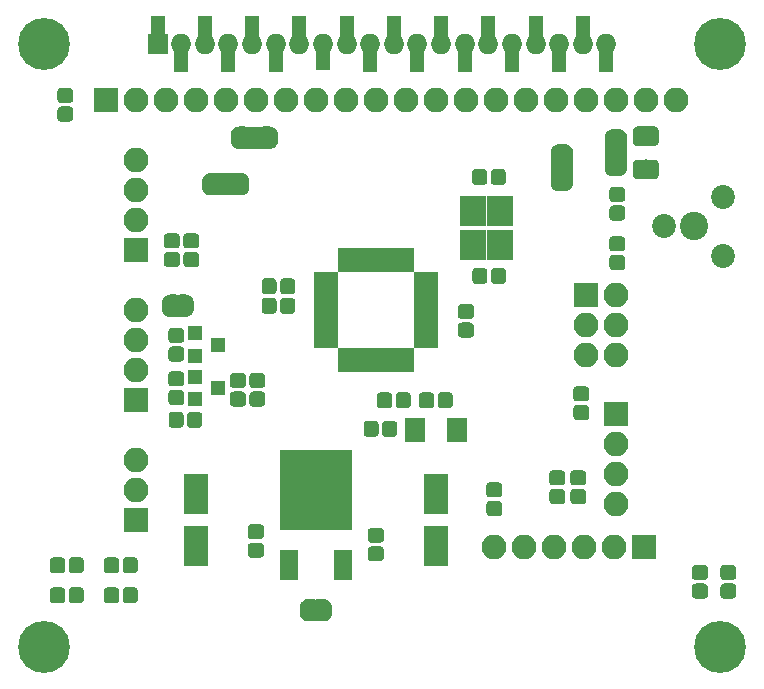
<source format=gts>
G04 #@! TF.GenerationSoftware,KiCad,Pcbnew,(5.0.0)*
G04 #@! TF.CreationDate,2018-11-19T10:00:08+01:00*
G04 #@! TF.ProjectId,GrafikDisplay_K0108_V2,47726166696B446973706C61795F4B30,rev?*
G04 #@! TF.SameCoordinates,Original*
G04 #@! TF.FileFunction,Soldermask,Top*
G04 #@! TF.FilePolarity,Negative*
%FSLAX46Y46*%
G04 Gerber Fmt 4.6, Leading zero omitted, Abs format (unit mm)*
G04 Created by KiCad (PCBNEW (5.0.0)) date 11/19/18 10:00:08*
%MOMM*%
%LPD*%
G01*
G04 APERTURE LIST*
%ADD10R,2.200000X2.500000*%
%ADD11C,0.100000*%
%ADD12C,1.275000*%
%ADD13O,2.100000X2.100000*%
%ADD14R,2.100000X2.100000*%
%ADD15C,0.500000*%
%ADD16R,1.900000X1.400000*%
%ADD17R,1.300000X1.200000*%
%ADD18R,1.400000X1.900000*%
%ADD19R,1.200000X2.400000*%
%ADD20C,4.400000*%
%ADD21O,1.750000X1.750000*%
%ADD22R,1.750000X1.750000*%
%ADD23C,2.400000*%
%ADD24C,2.020000*%
%ADD25C,1.650000*%
%ADD26R,0.950000X2.000000*%
%ADD27R,2.000000X0.950000*%
%ADD28R,6.200000X6.800000*%
%ADD29R,1.600000X2.600000*%
%ADD30R,2.000000X3.400000*%
%ADD31R,1.700000X2.100000*%
G04 APERTURE END LIST*
D10*
G04 #@! TO.C,Q1*
X138679500Y-64008700D03*
X138679500Y-61108700D03*
X140979500Y-61108700D03*
X140979500Y-64008700D03*
G04 #@! TD*
D11*
G04 #@! TO.C,C16*
G36*
X115489593Y-78121135D02*
X115520535Y-78125725D01*
X115550878Y-78133325D01*
X115580330Y-78143863D01*
X115608608Y-78157238D01*
X115635438Y-78173319D01*
X115660563Y-78191953D01*
X115683740Y-78212960D01*
X115704747Y-78236137D01*
X115723381Y-78261262D01*
X115739462Y-78288092D01*
X115752837Y-78316370D01*
X115763375Y-78345822D01*
X115770975Y-78376165D01*
X115775565Y-78407107D01*
X115777100Y-78438350D01*
X115777100Y-79150850D01*
X115775565Y-79182093D01*
X115770975Y-79213035D01*
X115763375Y-79243378D01*
X115752837Y-79272830D01*
X115739462Y-79301108D01*
X115723381Y-79327938D01*
X115704747Y-79353063D01*
X115683740Y-79376240D01*
X115660563Y-79397247D01*
X115635438Y-79415881D01*
X115608608Y-79431962D01*
X115580330Y-79445337D01*
X115550878Y-79455875D01*
X115520535Y-79463475D01*
X115489593Y-79468065D01*
X115458350Y-79469600D01*
X114820850Y-79469600D01*
X114789607Y-79468065D01*
X114758665Y-79463475D01*
X114728322Y-79455875D01*
X114698870Y-79445337D01*
X114670592Y-79431962D01*
X114643762Y-79415881D01*
X114618637Y-79397247D01*
X114595460Y-79376240D01*
X114574453Y-79353063D01*
X114555819Y-79327938D01*
X114539738Y-79301108D01*
X114526363Y-79272830D01*
X114515825Y-79243378D01*
X114508225Y-79213035D01*
X114503635Y-79182093D01*
X114502100Y-79150850D01*
X114502100Y-78438350D01*
X114503635Y-78407107D01*
X114508225Y-78376165D01*
X114515825Y-78345822D01*
X114526363Y-78316370D01*
X114539738Y-78288092D01*
X114555819Y-78261262D01*
X114574453Y-78236137D01*
X114595460Y-78212960D01*
X114618637Y-78191953D01*
X114643762Y-78173319D01*
X114670592Y-78157238D01*
X114698870Y-78143863D01*
X114728322Y-78133325D01*
X114758665Y-78125725D01*
X114789607Y-78121135D01*
X114820850Y-78119600D01*
X115458350Y-78119600D01*
X115489593Y-78121135D01*
X115489593Y-78121135D01*
G37*
D12*
X115139600Y-78794600D03*
D11*
G36*
X113914593Y-78121135D02*
X113945535Y-78125725D01*
X113975878Y-78133325D01*
X114005330Y-78143863D01*
X114033608Y-78157238D01*
X114060438Y-78173319D01*
X114085563Y-78191953D01*
X114108740Y-78212960D01*
X114129747Y-78236137D01*
X114148381Y-78261262D01*
X114164462Y-78288092D01*
X114177837Y-78316370D01*
X114188375Y-78345822D01*
X114195975Y-78376165D01*
X114200565Y-78407107D01*
X114202100Y-78438350D01*
X114202100Y-79150850D01*
X114200565Y-79182093D01*
X114195975Y-79213035D01*
X114188375Y-79243378D01*
X114177837Y-79272830D01*
X114164462Y-79301108D01*
X114148381Y-79327938D01*
X114129747Y-79353063D01*
X114108740Y-79376240D01*
X114085563Y-79397247D01*
X114060438Y-79415881D01*
X114033608Y-79431962D01*
X114005330Y-79445337D01*
X113975878Y-79455875D01*
X113945535Y-79463475D01*
X113914593Y-79468065D01*
X113883350Y-79469600D01*
X113245850Y-79469600D01*
X113214607Y-79468065D01*
X113183665Y-79463475D01*
X113153322Y-79455875D01*
X113123870Y-79445337D01*
X113095592Y-79431962D01*
X113068762Y-79415881D01*
X113043637Y-79397247D01*
X113020460Y-79376240D01*
X112999453Y-79353063D01*
X112980819Y-79327938D01*
X112964738Y-79301108D01*
X112951363Y-79272830D01*
X112940825Y-79243378D01*
X112933225Y-79213035D01*
X112928635Y-79182093D01*
X112927100Y-79150850D01*
X112927100Y-78438350D01*
X112928635Y-78407107D01*
X112933225Y-78376165D01*
X112940825Y-78345822D01*
X112951363Y-78316370D01*
X112964738Y-78288092D01*
X112980819Y-78261262D01*
X112999453Y-78236137D01*
X113020460Y-78212960D01*
X113043637Y-78191953D01*
X113068762Y-78173319D01*
X113095592Y-78157238D01*
X113123870Y-78143863D01*
X113153322Y-78133325D01*
X113183665Y-78125725D01*
X113214607Y-78121135D01*
X113245850Y-78119600D01*
X113883350Y-78119600D01*
X113914593Y-78121135D01*
X113914593Y-78121135D01*
G37*
D12*
X113564600Y-78794600D03*
G04 #@! TD*
D13*
G04 #@! TO.C,X6*
X150801100Y-85906600D03*
X150801100Y-83366600D03*
X150801100Y-80826600D03*
D14*
X150801100Y-78286600D03*
G04 #@! TD*
D11*
G04 #@! TO.C,R13*
G36*
X146235593Y-84661135D02*
X146266535Y-84665725D01*
X146296878Y-84673325D01*
X146326330Y-84683863D01*
X146354608Y-84697238D01*
X146381438Y-84713319D01*
X146406563Y-84731953D01*
X146429740Y-84752960D01*
X146450747Y-84776137D01*
X146469381Y-84801262D01*
X146485462Y-84828092D01*
X146498837Y-84856370D01*
X146509375Y-84885822D01*
X146516975Y-84916165D01*
X146521565Y-84947107D01*
X146523100Y-84978350D01*
X146523100Y-85615850D01*
X146521565Y-85647093D01*
X146516975Y-85678035D01*
X146509375Y-85708378D01*
X146498837Y-85737830D01*
X146485462Y-85766108D01*
X146469381Y-85792938D01*
X146450747Y-85818063D01*
X146429740Y-85841240D01*
X146406563Y-85862247D01*
X146381438Y-85880881D01*
X146354608Y-85896962D01*
X146326330Y-85910337D01*
X146296878Y-85920875D01*
X146266535Y-85928475D01*
X146235593Y-85933065D01*
X146204350Y-85934600D01*
X145491850Y-85934600D01*
X145460607Y-85933065D01*
X145429665Y-85928475D01*
X145399322Y-85920875D01*
X145369870Y-85910337D01*
X145341592Y-85896962D01*
X145314762Y-85880881D01*
X145289637Y-85862247D01*
X145266460Y-85841240D01*
X145245453Y-85818063D01*
X145226819Y-85792938D01*
X145210738Y-85766108D01*
X145197363Y-85737830D01*
X145186825Y-85708378D01*
X145179225Y-85678035D01*
X145174635Y-85647093D01*
X145173100Y-85615850D01*
X145173100Y-84978350D01*
X145174635Y-84947107D01*
X145179225Y-84916165D01*
X145186825Y-84885822D01*
X145197363Y-84856370D01*
X145210738Y-84828092D01*
X145226819Y-84801262D01*
X145245453Y-84776137D01*
X145266460Y-84752960D01*
X145289637Y-84731953D01*
X145314762Y-84713319D01*
X145341592Y-84697238D01*
X145369870Y-84683863D01*
X145399322Y-84673325D01*
X145429665Y-84665725D01*
X145460607Y-84661135D01*
X145491850Y-84659600D01*
X146204350Y-84659600D01*
X146235593Y-84661135D01*
X146235593Y-84661135D01*
G37*
D12*
X145848100Y-85297100D03*
D11*
G36*
X146235593Y-83086135D02*
X146266535Y-83090725D01*
X146296878Y-83098325D01*
X146326330Y-83108863D01*
X146354608Y-83122238D01*
X146381438Y-83138319D01*
X146406563Y-83156953D01*
X146429740Y-83177960D01*
X146450747Y-83201137D01*
X146469381Y-83226262D01*
X146485462Y-83253092D01*
X146498837Y-83281370D01*
X146509375Y-83310822D01*
X146516975Y-83341165D01*
X146521565Y-83372107D01*
X146523100Y-83403350D01*
X146523100Y-84040850D01*
X146521565Y-84072093D01*
X146516975Y-84103035D01*
X146509375Y-84133378D01*
X146498837Y-84162830D01*
X146485462Y-84191108D01*
X146469381Y-84217938D01*
X146450747Y-84243063D01*
X146429740Y-84266240D01*
X146406563Y-84287247D01*
X146381438Y-84305881D01*
X146354608Y-84321962D01*
X146326330Y-84335337D01*
X146296878Y-84345875D01*
X146266535Y-84353475D01*
X146235593Y-84358065D01*
X146204350Y-84359600D01*
X145491850Y-84359600D01*
X145460607Y-84358065D01*
X145429665Y-84353475D01*
X145399322Y-84345875D01*
X145369870Y-84335337D01*
X145341592Y-84321962D01*
X145314762Y-84305881D01*
X145289637Y-84287247D01*
X145266460Y-84266240D01*
X145245453Y-84243063D01*
X145226819Y-84217938D01*
X145210738Y-84191108D01*
X145197363Y-84162830D01*
X145186825Y-84133378D01*
X145179225Y-84103035D01*
X145174635Y-84072093D01*
X145173100Y-84040850D01*
X145173100Y-83403350D01*
X145174635Y-83372107D01*
X145179225Y-83341165D01*
X145186825Y-83310822D01*
X145197363Y-83281370D01*
X145210738Y-83253092D01*
X145226819Y-83226262D01*
X145245453Y-83201137D01*
X145266460Y-83177960D01*
X145289637Y-83156953D01*
X145314762Y-83138319D01*
X145341592Y-83122238D01*
X145369870Y-83108863D01*
X145399322Y-83098325D01*
X145429665Y-83090725D01*
X145460607Y-83086135D01*
X145491850Y-83084600D01*
X146204350Y-83084600D01*
X146235593Y-83086135D01*
X146235593Y-83086135D01*
G37*
D12*
X145848100Y-83722100D03*
G04 #@! TD*
D11*
G04 #@! TO.C,R14*
G36*
X148013593Y-84661135D02*
X148044535Y-84665725D01*
X148074878Y-84673325D01*
X148104330Y-84683863D01*
X148132608Y-84697238D01*
X148159438Y-84713319D01*
X148184563Y-84731953D01*
X148207740Y-84752960D01*
X148228747Y-84776137D01*
X148247381Y-84801262D01*
X148263462Y-84828092D01*
X148276837Y-84856370D01*
X148287375Y-84885822D01*
X148294975Y-84916165D01*
X148299565Y-84947107D01*
X148301100Y-84978350D01*
X148301100Y-85615850D01*
X148299565Y-85647093D01*
X148294975Y-85678035D01*
X148287375Y-85708378D01*
X148276837Y-85737830D01*
X148263462Y-85766108D01*
X148247381Y-85792938D01*
X148228747Y-85818063D01*
X148207740Y-85841240D01*
X148184563Y-85862247D01*
X148159438Y-85880881D01*
X148132608Y-85896962D01*
X148104330Y-85910337D01*
X148074878Y-85920875D01*
X148044535Y-85928475D01*
X148013593Y-85933065D01*
X147982350Y-85934600D01*
X147269850Y-85934600D01*
X147238607Y-85933065D01*
X147207665Y-85928475D01*
X147177322Y-85920875D01*
X147147870Y-85910337D01*
X147119592Y-85896962D01*
X147092762Y-85880881D01*
X147067637Y-85862247D01*
X147044460Y-85841240D01*
X147023453Y-85818063D01*
X147004819Y-85792938D01*
X146988738Y-85766108D01*
X146975363Y-85737830D01*
X146964825Y-85708378D01*
X146957225Y-85678035D01*
X146952635Y-85647093D01*
X146951100Y-85615850D01*
X146951100Y-84978350D01*
X146952635Y-84947107D01*
X146957225Y-84916165D01*
X146964825Y-84885822D01*
X146975363Y-84856370D01*
X146988738Y-84828092D01*
X147004819Y-84801262D01*
X147023453Y-84776137D01*
X147044460Y-84752960D01*
X147067637Y-84731953D01*
X147092762Y-84713319D01*
X147119592Y-84697238D01*
X147147870Y-84683863D01*
X147177322Y-84673325D01*
X147207665Y-84665725D01*
X147238607Y-84661135D01*
X147269850Y-84659600D01*
X147982350Y-84659600D01*
X148013593Y-84661135D01*
X148013593Y-84661135D01*
G37*
D12*
X147626100Y-85297100D03*
D11*
G36*
X148013593Y-83086135D02*
X148044535Y-83090725D01*
X148074878Y-83098325D01*
X148104330Y-83108863D01*
X148132608Y-83122238D01*
X148159438Y-83138319D01*
X148184563Y-83156953D01*
X148207740Y-83177960D01*
X148228747Y-83201137D01*
X148247381Y-83226262D01*
X148263462Y-83253092D01*
X148276837Y-83281370D01*
X148287375Y-83310822D01*
X148294975Y-83341165D01*
X148299565Y-83372107D01*
X148301100Y-83403350D01*
X148301100Y-84040850D01*
X148299565Y-84072093D01*
X148294975Y-84103035D01*
X148287375Y-84133378D01*
X148276837Y-84162830D01*
X148263462Y-84191108D01*
X148247381Y-84217938D01*
X148228747Y-84243063D01*
X148207740Y-84266240D01*
X148184563Y-84287247D01*
X148159438Y-84305881D01*
X148132608Y-84321962D01*
X148104330Y-84335337D01*
X148074878Y-84345875D01*
X148044535Y-84353475D01*
X148013593Y-84358065D01*
X147982350Y-84359600D01*
X147269850Y-84359600D01*
X147238607Y-84358065D01*
X147207665Y-84353475D01*
X147177322Y-84345875D01*
X147147870Y-84335337D01*
X147119592Y-84321962D01*
X147092762Y-84305881D01*
X147067637Y-84287247D01*
X147044460Y-84266240D01*
X147023453Y-84243063D01*
X147004819Y-84217938D01*
X146988738Y-84191108D01*
X146975363Y-84162830D01*
X146964825Y-84133378D01*
X146957225Y-84103035D01*
X146952635Y-84072093D01*
X146951100Y-84040850D01*
X146951100Y-83403350D01*
X146952635Y-83372107D01*
X146957225Y-83341165D01*
X146964825Y-83310822D01*
X146975363Y-83281370D01*
X146988738Y-83253092D01*
X147004819Y-83226262D01*
X147023453Y-83201137D01*
X147044460Y-83177960D01*
X147067637Y-83156953D01*
X147092762Y-83138319D01*
X147119592Y-83122238D01*
X147147870Y-83108863D01*
X147177322Y-83098325D01*
X147207665Y-83090725D01*
X147238607Y-83086135D01*
X147269850Y-83084600D01*
X147982350Y-83084600D01*
X148013593Y-83086135D01*
X148013593Y-83086135D01*
G37*
D12*
X147626100Y-83722100D03*
G04 #@! TD*
D11*
G04 #@! TO.C,R15*
G36*
X148267593Y-77549135D02*
X148298535Y-77553725D01*
X148328878Y-77561325D01*
X148358330Y-77571863D01*
X148386608Y-77585238D01*
X148413438Y-77601319D01*
X148438563Y-77619953D01*
X148461740Y-77640960D01*
X148482747Y-77664137D01*
X148501381Y-77689262D01*
X148517462Y-77716092D01*
X148530837Y-77744370D01*
X148541375Y-77773822D01*
X148548975Y-77804165D01*
X148553565Y-77835107D01*
X148555100Y-77866350D01*
X148555100Y-78503850D01*
X148553565Y-78535093D01*
X148548975Y-78566035D01*
X148541375Y-78596378D01*
X148530837Y-78625830D01*
X148517462Y-78654108D01*
X148501381Y-78680938D01*
X148482747Y-78706063D01*
X148461740Y-78729240D01*
X148438563Y-78750247D01*
X148413438Y-78768881D01*
X148386608Y-78784962D01*
X148358330Y-78798337D01*
X148328878Y-78808875D01*
X148298535Y-78816475D01*
X148267593Y-78821065D01*
X148236350Y-78822600D01*
X147523850Y-78822600D01*
X147492607Y-78821065D01*
X147461665Y-78816475D01*
X147431322Y-78808875D01*
X147401870Y-78798337D01*
X147373592Y-78784962D01*
X147346762Y-78768881D01*
X147321637Y-78750247D01*
X147298460Y-78729240D01*
X147277453Y-78706063D01*
X147258819Y-78680938D01*
X147242738Y-78654108D01*
X147229363Y-78625830D01*
X147218825Y-78596378D01*
X147211225Y-78566035D01*
X147206635Y-78535093D01*
X147205100Y-78503850D01*
X147205100Y-77866350D01*
X147206635Y-77835107D01*
X147211225Y-77804165D01*
X147218825Y-77773822D01*
X147229363Y-77744370D01*
X147242738Y-77716092D01*
X147258819Y-77689262D01*
X147277453Y-77664137D01*
X147298460Y-77640960D01*
X147321637Y-77619953D01*
X147346762Y-77601319D01*
X147373592Y-77585238D01*
X147401870Y-77571863D01*
X147431322Y-77561325D01*
X147461665Y-77553725D01*
X147492607Y-77549135D01*
X147523850Y-77547600D01*
X148236350Y-77547600D01*
X148267593Y-77549135D01*
X148267593Y-77549135D01*
G37*
D12*
X147880100Y-78185100D03*
D11*
G36*
X148267593Y-75974135D02*
X148298535Y-75978725D01*
X148328878Y-75986325D01*
X148358330Y-75996863D01*
X148386608Y-76010238D01*
X148413438Y-76026319D01*
X148438563Y-76044953D01*
X148461740Y-76065960D01*
X148482747Y-76089137D01*
X148501381Y-76114262D01*
X148517462Y-76141092D01*
X148530837Y-76169370D01*
X148541375Y-76198822D01*
X148548975Y-76229165D01*
X148553565Y-76260107D01*
X148555100Y-76291350D01*
X148555100Y-76928850D01*
X148553565Y-76960093D01*
X148548975Y-76991035D01*
X148541375Y-77021378D01*
X148530837Y-77050830D01*
X148517462Y-77079108D01*
X148501381Y-77105938D01*
X148482747Y-77131063D01*
X148461740Y-77154240D01*
X148438563Y-77175247D01*
X148413438Y-77193881D01*
X148386608Y-77209962D01*
X148358330Y-77223337D01*
X148328878Y-77233875D01*
X148298535Y-77241475D01*
X148267593Y-77246065D01*
X148236350Y-77247600D01*
X147523850Y-77247600D01*
X147492607Y-77246065D01*
X147461665Y-77241475D01*
X147431322Y-77233875D01*
X147401870Y-77223337D01*
X147373592Y-77209962D01*
X147346762Y-77193881D01*
X147321637Y-77175247D01*
X147298460Y-77154240D01*
X147277453Y-77131063D01*
X147258819Y-77105938D01*
X147242738Y-77079108D01*
X147229363Y-77050830D01*
X147218825Y-77021378D01*
X147211225Y-76991035D01*
X147206635Y-76960093D01*
X147205100Y-76928850D01*
X147205100Y-76291350D01*
X147206635Y-76260107D01*
X147211225Y-76229165D01*
X147218825Y-76198822D01*
X147229363Y-76169370D01*
X147242738Y-76141092D01*
X147258819Y-76114262D01*
X147277453Y-76089137D01*
X147298460Y-76065960D01*
X147321637Y-76044953D01*
X147346762Y-76026319D01*
X147373592Y-76010238D01*
X147401870Y-75996863D01*
X147431322Y-75986325D01*
X147461665Y-75978725D01*
X147492607Y-75974135D01*
X147523850Y-75972600D01*
X148236350Y-75972600D01*
X148267593Y-75974135D01*
X148267593Y-75974135D01*
G37*
D12*
X147880100Y-76610100D03*
G04 #@! TD*
D13*
G04 #@! TO.C,X2*
X150801100Y-73333600D03*
X148261100Y-73333600D03*
X150801100Y-70793600D03*
X148261100Y-70793600D03*
X150801100Y-68253600D03*
D14*
X148261100Y-68253600D03*
G04 #@! TD*
D15*
G04 #@! TO.C,JP6*
X113067100Y-69142600D03*
D11*
G36*
X113060988Y-70091998D02*
X113042566Y-70091998D01*
X113022960Y-70091035D01*
X112974129Y-70086225D01*
X112954720Y-70083346D01*
X112906595Y-70073774D01*
X112887552Y-70069004D01*
X112840597Y-70054760D01*
X112822120Y-70048149D01*
X112776787Y-70029372D01*
X112759039Y-70020977D01*
X112715766Y-69997846D01*
X112698938Y-69987760D01*
X112658139Y-69960500D01*
X112642370Y-69948805D01*
X112604441Y-69917677D01*
X112589900Y-69904497D01*
X112555203Y-69869800D01*
X112542023Y-69855259D01*
X112510895Y-69817330D01*
X112499200Y-69801561D01*
X112471940Y-69760762D01*
X112461854Y-69743934D01*
X112438723Y-69700661D01*
X112430328Y-69682913D01*
X112411551Y-69637580D01*
X112404940Y-69619103D01*
X112390696Y-69572148D01*
X112385926Y-69553105D01*
X112376354Y-69504980D01*
X112373475Y-69485571D01*
X112368665Y-69436740D01*
X112367702Y-69417134D01*
X112367702Y-69398712D01*
X112367100Y-69392600D01*
X112367100Y-68892600D01*
X112367702Y-68886488D01*
X112367702Y-68868066D01*
X112368665Y-68848460D01*
X112373475Y-68799629D01*
X112376354Y-68780220D01*
X112385926Y-68732095D01*
X112390696Y-68713052D01*
X112404940Y-68666097D01*
X112411551Y-68647620D01*
X112430328Y-68602287D01*
X112438723Y-68584539D01*
X112461854Y-68541266D01*
X112471940Y-68524438D01*
X112499200Y-68483639D01*
X112510895Y-68467870D01*
X112542023Y-68429941D01*
X112555203Y-68415400D01*
X112589900Y-68380703D01*
X112604441Y-68367523D01*
X112642370Y-68336395D01*
X112658139Y-68324700D01*
X112698938Y-68297440D01*
X112715766Y-68287354D01*
X112759039Y-68264223D01*
X112776787Y-68255828D01*
X112822120Y-68237051D01*
X112840597Y-68230440D01*
X112887552Y-68216196D01*
X112906595Y-68211426D01*
X112954720Y-68201854D01*
X112974129Y-68198975D01*
X113022960Y-68194165D01*
X113042566Y-68193202D01*
X113060988Y-68193202D01*
X113067100Y-68192600D01*
X113567100Y-68192600D01*
X113606118Y-68196443D01*
X113643637Y-68207824D01*
X113678214Y-68226306D01*
X113708521Y-68251179D01*
X113733394Y-68281486D01*
X113751876Y-68316063D01*
X113763257Y-68353582D01*
X113767100Y-68392600D01*
X113767100Y-69892600D01*
X113763257Y-69931618D01*
X113751876Y-69969137D01*
X113733394Y-70003714D01*
X113708521Y-70034021D01*
X113678214Y-70058894D01*
X113643637Y-70077376D01*
X113606118Y-70088757D01*
X113567100Y-70092600D01*
X113067100Y-70092600D01*
X113060988Y-70091998D01*
X113060988Y-70091998D01*
G37*
D15*
X114367100Y-69142600D03*
D11*
G36*
X113828082Y-70088757D02*
X113790563Y-70077376D01*
X113755986Y-70058894D01*
X113725679Y-70034021D01*
X113700806Y-70003714D01*
X113682324Y-69969137D01*
X113670943Y-69931618D01*
X113667100Y-69892600D01*
X113667100Y-68392600D01*
X113670943Y-68353582D01*
X113682324Y-68316063D01*
X113700806Y-68281486D01*
X113725679Y-68251179D01*
X113755986Y-68226306D01*
X113790563Y-68207824D01*
X113828082Y-68196443D01*
X113867100Y-68192600D01*
X114367100Y-68192600D01*
X114373212Y-68193202D01*
X114391634Y-68193202D01*
X114411240Y-68194165D01*
X114460071Y-68198975D01*
X114479480Y-68201854D01*
X114527605Y-68211426D01*
X114546648Y-68216196D01*
X114593603Y-68230440D01*
X114612080Y-68237051D01*
X114657413Y-68255828D01*
X114675161Y-68264223D01*
X114718434Y-68287354D01*
X114735262Y-68297440D01*
X114776061Y-68324700D01*
X114791830Y-68336395D01*
X114829759Y-68367523D01*
X114844300Y-68380703D01*
X114878997Y-68415400D01*
X114892177Y-68429941D01*
X114923305Y-68467870D01*
X114935000Y-68483639D01*
X114962260Y-68524438D01*
X114972346Y-68541266D01*
X114995477Y-68584539D01*
X115003872Y-68602287D01*
X115022649Y-68647620D01*
X115029260Y-68666097D01*
X115043504Y-68713052D01*
X115048274Y-68732095D01*
X115057846Y-68780220D01*
X115060725Y-68799629D01*
X115065535Y-68848460D01*
X115066498Y-68868066D01*
X115066498Y-68886488D01*
X115067100Y-68892600D01*
X115067100Y-69392600D01*
X115066498Y-69398712D01*
X115066498Y-69417134D01*
X115065535Y-69436740D01*
X115060725Y-69485571D01*
X115057846Y-69504980D01*
X115048274Y-69553105D01*
X115043504Y-69572148D01*
X115029260Y-69619103D01*
X115022649Y-69637580D01*
X115003872Y-69682913D01*
X114995477Y-69700661D01*
X114972346Y-69743934D01*
X114962260Y-69760762D01*
X114935000Y-69801561D01*
X114923305Y-69817330D01*
X114892177Y-69855259D01*
X114878997Y-69869800D01*
X114844300Y-69904497D01*
X114829759Y-69917677D01*
X114791830Y-69948805D01*
X114776061Y-69960500D01*
X114735262Y-69987760D01*
X114718434Y-69997846D01*
X114675161Y-70020977D01*
X114657413Y-70029372D01*
X114612080Y-70048149D01*
X114593603Y-70054760D01*
X114546648Y-70069004D01*
X114527605Y-70073774D01*
X114479480Y-70083346D01*
X114460071Y-70086225D01*
X114411240Y-70091035D01*
X114391634Y-70091998D01*
X114373212Y-70091998D01*
X114367100Y-70092600D01*
X113867100Y-70092600D01*
X113828082Y-70088757D01*
X113828082Y-70088757D01*
G37*
G04 #@! TD*
G04 #@! TO.C,R11*
G36*
X113596593Y-63020135D02*
X113627535Y-63024725D01*
X113657878Y-63032325D01*
X113687330Y-63042863D01*
X113715608Y-63056238D01*
X113742438Y-63072319D01*
X113767563Y-63090953D01*
X113790740Y-63111960D01*
X113811747Y-63135137D01*
X113830381Y-63160262D01*
X113846462Y-63187092D01*
X113859837Y-63215370D01*
X113870375Y-63244822D01*
X113877975Y-63275165D01*
X113882565Y-63306107D01*
X113884100Y-63337350D01*
X113884100Y-63974850D01*
X113882565Y-64006093D01*
X113877975Y-64037035D01*
X113870375Y-64067378D01*
X113859837Y-64096830D01*
X113846462Y-64125108D01*
X113830381Y-64151938D01*
X113811747Y-64177063D01*
X113790740Y-64200240D01*
X113767563Y-64221247D01*
X113742438Y-64239881D01*
X113715608Y-64255962D01*
X113687330Y-64269337D01*
X113657878Y-64279875D01*
X113627535Y-64287475D01*
X113596593Y-64292065D01*
X113565350Y-64293600D01*
X112852850Y-64293600D01*
X112821607Y-64292065D01*
X112790665Y-64287475D01*
X112760322Y-64279875D01*
X112730870Y-64269337D01*
X112702592Y-64255962D01*
X112675762Y-64239881D01*
X112650637Y-64221247D01*
X112627460Y-64200240D01*
X112606453Y-64177063D01*
X112587819Y-64151938D01*
X112571738Y-64125108D01*
X112558363Y-64096830D01*
X112547825Y-64067378D01*
X112540225Y-64037035D01*
X112535635Y-64006093D01*
X112534100Y-63974850D01*
X112534100Y-63337350D01*
X112535635Y-63306107D01*
X112540225Y-63275165D01*
X112547825Y-63244822D01*
X112558363Y-63215370D01*
X112571738Y-63187092D01*
X112587819Y-63160262D01*
X112606453Y-63135137D01*
X112627460Y-63111960D01*
X112650637Y-63090953D01*
X112675762Y-63072319D01*
X112702592Y-63056238D01*
X112730870Y-63042863D01*
X112760322Y-63032325D01*
X112790665Y-63024725D01*
X112821607Y-63020135D01*
X112852850Y-63018600D01*
X113565350Y-63018600D01*
X113596593Y-63020135D01*
X113596593Y-63020135D01*
G37*
D12*
X113209100Y-63656100D03*
D11*
G36*
X113596593Y-64595135D02*
X113627535Y-64599725D01*
X113657878Y-64607325D01*
X113687330Y-64617863D01*
X113715608Y-64631238D01*
X113742438Y-64647319D01*
X113767563Y-64665953D01*
X113790740Y-64686960D01*
X113811747Y-64710137D01*
X113830381Y-64735262D01*
X113846462Y-64762092D01*
X113859837Y-64790370D01*
X113870375Y-64819822D01*
X113877975Y-64850165D01*
X113882565Y-64881107D01*
X113884100Y-64912350D01*
X113884100Y-65549850D01*
X113882565Y-65581093D01*
X113877975Y-65612035D01*
X113870375Y-65642378D01*
X113859837Y-65671830D01*
X113846462Y-65700108D01*
X113830381Y-65726938D01*
X113811747Y-65752063D01*
X113790740Y-65775240D01*
X113767563Y-65796247D01*
X113742438Y-65814881D01*
X113715608Y-65830962D01*
X113687330Y-65844337D01*
X113657878Y-65854875D01*
X113627535Y-65862475D01*
X113596593Y-65867065D01*
X113565350Y-65868600D01*
X112852850Y-65868600D01*
X112821607Y-65867065D01*
X112790665Y-65862475D01*
X112760322Y-65854875D01*
X112730870Y-65844337D01*
X112702592Y-65830962D01*
X112675762Y-65814881D01*
X112650637Y-65796247D01*
X112627460Y-65775240D01*
X112606453Y-65752063D01*
X112587819Y-65726938D01*
X112571738Y-65700108D01*
X112558363Y-65671830D01*
X112547825Y-65642378D01*
X112540225Y-65612035D01*
X112535635Y-65581093D01*
X112534100Y-65549850D01*
X112534100Y-64912350D01*
X112535635Y-64881107D01*
X112540225Y-64850165D01*
X112547825Y-64819822D01*
X112558363Y-64790370D01*
X112571738Y-64762092D01*
X112587819Y-64735262D01*
X112606453Y-64710137D01*
X112627460Y-64686960D01*
X112650637Y-64665953D01*
X112675762Y-64647319D01*
X112702592Y-64631238D01*
X112730870Y-64617863D01*
X112760322Y-64607325D01*
X112790665Y-64599725D01*
X112821607Y-64595135D01*
X112852850Y-64593600D01*
X113565350Y-64593600D01*
X113596593Y-64595135D01*
X113596593Y-64595135D01*
G37*
D12*
X113209100Y-65231100D03*
G04 #@! TD*
D11*
G04 #@! TO.C,R12*
G36*
X115247593Y-63020135D02*
X115278535Y-63024725D01*
X115308878Y-63032325D01*
X115338330Y-63042863D01*
X115366608Y-63056238D01*
X115393438Y-63072319D01*
X115418563Y-63090953D01*
X115441740Y-63111960D01*
X115462747Y-63135137D01*
X115481381Y-63160262D01*
X115497462Y-63187092D01*
X115510837Y-63215370D01*
X115521375Y-63244822D01*
X115528975Y-63275165D01*
X115533565Y-63306107D01*
X115535100Y-63337350D01*
X115535100Y-63974850D01*
X115533565Y-64006093D01*
X115528975Y-64037035D01*
X115521375Y-64067378D01*
X115510837Y-64096830D01*
X115497462Y-64125108D01*
X115481381Y-64151938D01*
X115462747Y-64177063D01*
X115441740Y-64200240D01*
X115418563Y-64221247D01*
X115393438Y-64239881D01*
X115366608Y-64255962D01*
X115338330Y-64269337D01*
X115308878Y-64279875D01*
X115278535Y-64287475D01*
X115247593Y-64292065D01*
X115216350Y-64293600D01*
X114503850Y-64293600D01*
X114472607Y-64292065D01*
X114441665Y-64287475D01*
X114411322Y-64279875D01*
X114381870Y-64269337D01*
X114353592Y-64255962D01*
X114326762Y-64239881D01*
X114301637Y-64221247D01*
X114278460Y-64200240D01*
X114257453Y-64177063D01*
X114238819Y-64151938D01*
X114222738Y-64125108D01*
X114209363Y-64096830D01*
X114198825Y-64067378D01*
X114191225Y-64037035D01*
X114186635Y-64006093D01*
X114185100Y-63974850D01*
X114185100Y-63337350D01*
X114186635Y-63306107D01*
X114191225Y-63275165D01*
X114198825Y-63244822D01*
X114209363Y-63215370D01*
X114222738Y-63187092D01*
X114238819Y-63160262D01*
X114257453Y-63135137D01*
X114278460Y-63111960D01*
X114301637Y-63090953D01*
X114326762Y-63072319D01*
X114353592Y-63056238D01*
X114381870Y-63042863D01*
X114411322Y-63032325D01*
X114441665Y-63024725D01*
X114472607Y-63020135D01*
X114503850Y-63018600D01*
X115216350Y-63018600D01*
X115247593Y-63020135D01*
X115247593Y-63020135D01*
G37*
D12*
X114860100Y-63656100D03*
D11*
G36*
X115247593Y-64595135D02*
X115278535Y-64599725D01*
X115308878Y-64607325D01*
X115338330Y-64617863D01*
X115366608Y-64631238D01*
X115393438Y-64647319D01*
X115418563Y-64665953D01*
X115441740Y-64686960D01*
X115462747Y-64710137D01*
X115481381Y-64735262D01*
X115497462Y-64762092D01*
X115510837Y-64790370D01*
X115521375Y-64819822D01*
X115528975Y-64850165D01*
X115533565Y-64881107D01*
X115535100Y-64912350D01*
X115535100Y-65549850D01*
X115533565Y-65581093D01*
X115528975Y-65612035D01*
X115521375Y-65642378D01*
X115510837Y-65671830D01*
X115497462Y-65700108D01*
X115481381Y-65726938D01*
X115462747Y-65752063D01*
X115441740Y-65775240D01*
X115418563Y-65796247D01*
X115393438Y-65814881D01*
X115366608Y-65830962D01*
X115338330Y-65844337D01*
X115308878Y-65854875D01*
X115278535Y-65862475D01*
X115247593Y-65867065D01*
X115216350Y-65868600D01*
X114503850Y-65868600D01*
X114472607Y-65867065D01*
X114441665Y-65862475D01*
X114411322Y-65854875D01*
X114381870Y-65844337D01*
X114353592Y-65830962D01*
X114326762Y-65814881D01*
X114301637Y-65796247D01*
X114278460Y-65775240D01*
X114257453Y-65752063D01*
X114238819Y-65726938D01*
X114222738Y-65700108D01*
X114209363Y-65671830D01*
X114198825Y-65642378D01*
X114191225Y-65612035D01*
X114186635Y-65581093D01*
X114185100Y-65549850D01*
X114185100Y-64912350D01*
X114186635Y-64881107D01*
X114191225Y-64850165D01*
X114198825Y-64819822D01*
X114209363Y-64790370D01*
X114222738Y-64762092D01*
X114238819Y-64735262D01*
X114257453Y-64710137D01*
X114278460Y-64686960D01*
X114301637Y-64665953D01*
X114326762Y-64647319D01*
X114353592Y-64631238D01*
X114381870Y-64617863D01*
X114411322Y-64607325D01*
X114441665Y-64599725D01*
X114472607Y-64595135D01*
X114503850Y-64593600D01*
X115216350Y-64593600D01*
X115247593Y-64595135D01*
X115247593Y-64595135D01*
G37*
D12*
X114860100Y-65231100D03*
G04 #@! TD*
D11*
G04 #@! TO.C,R9*
G36*
X113977593Y-76279135D02*
X114008535Y-76283725D01*
X114038878Y-76291325D01*
X114068330Y-76301863D01*
X114096608Y-76315238D01*
X114123438Y-76331319D01*
X114148563Y-76349953D01*
X114171740Y-76370960D01*
X114192747Y-76394137D01*
X114211381Y-76419262D01*
X114227462Y-76446092D01*
X114240837Y-76474370D01*
X114251375Y-76503822D01*
X114258975Y-76534165D01*
X114263565Y-76565107D01*
X114265100Y-76596350D01*
X114265100Y-77233850D01*
X114263565Y-77265093D01*
X114258975Y-77296035D01*
X114251375Y-77326378D01*
X114240837Y-77355830D01*
X114227462Y-77384108D01*
X114211381Y-77410938D01*
X114192747Y-77436063D01*
X114171740Y-77459240D01*
X114148563Y-77480247D01*
X114123438Y-77498881D01*
X114096608Y-77514962D01*
X114068330Y-77528337D01*
X114038878Y-77538875D01*
X114008535Y-77546475D01*
X113977593Y-77551065D01*
X113946350Y-77552600D01*
X113233850Y-77552600D01*
X113202607Y-77551065D01*
X113171665Y-77546475D01*
X113141322Y-77538875D01*
X113111870Y-77528337D01*
X113083592Y-77514962D01*
X113056762Y-77498881D01*
X113031637Y-77480247D01*
X113008460Y-77459240D01*
X112987453Y-77436063D01*
X112968819Y-77410938D01*
X112952738Y-77384108D01*
X112939363Y-77355830D01*
X112928825Y-77326378D01*
X112921225Y-77296035D01*
X112916635Y-77265093D01*
X112915100Y-77233850D01*
X112915100Y-76596350D01*
X112916635Y-76565107D01*
X112921225Y-76534165D01*
X112928825Y-76503822D01*
X112939363Y-76474370D01*
X112952738Y-76446092D01*
X112968819Y-76419262D01*
X112987453Y-76394137D01*
X113008460Y-76370960D01*
X113031637Y-76349953D01*
X113056762Y-76331319D01*
X113083592Y-76315238D01*
X113111870Y-76301863D01*
X113141322Y-76291325D01*
X113171665Y-76283725D01*
X113202607Y-76279135D01*
X113233850Y-76277600D01*
X113946350Y-76277600D01*
X113977593Y-76279135D01*
X113977593Y-76279135D01*
G37*
D12*
X113590100Y-76915100D03*
D11*
G36*
X113977593Y-74704135D02*
X114008535Y-74708725D01*
X114038878Y-74716325D01*
X114068330Y-74726863D01*
X114096608Y-74740238D01*
X114123438Y-74756319D01*
X114148563Y-74774953D01*
X114171740Y-74795960D01*
X114192747Y-74819137D01*
X114211381Y-74844262D01*
X114227462Y-74871092D01*
X114240837Y-74899370D01*
X114251375Y-74928822D01*
X114258975Y-74959165D01*
X114263565Y-74990107D01*
X114265100Y-75021350D01*
X114265100Y-75658850D01*
X114263565Y-75690093D01*
X114258975Y-75721035D01*
X114251375Y-75751378D01*
X114240837Y-75780830D01*
X114227462Y-75809108D01*
X114211381Y-75835938D01*
X114192747Y-75861063D01*
X114171740Y-75884240D01*
X114148563Y-75905247D01*
X114123438Y-75923881D01*
X114096608Y-75939962D01*
X114068330Y-75953337D01*
X114038878Y-75963875D01*
X114008535Y-75971475D01*
X113977593Y-75976065D01*
X113946350Y-75977600D01*
X113233850Y-75977600D01*
X113202607Y-75976065D01*
X113171665Y-75971475D01*
X113141322Y-75963875D01*
X113111870Y-75953337D01*
X113083592Y-75939962D01*
X113056762Y-75923881D01*
X113031637Y-75905247D01*
X113008460Y-75884240D01*
X112987453Y-75861063D01*
X112968819Y-75835938D01*
X112952738Y-75809108D01*
X112939363Y-75780830D01*
X112928825Y-75751378D01*
X112921225Y-75721035D01*
X112916635Y-75690093D01*
X112915100Y-75658850D01*
X112915100Y-75021350D01*
X112916635Y-74990107D01*
X112921225Y-74959165D01*
X112928825Y-74928822D01*
X112939363Y-74899370D01*
X112952738Y-74871092D01*
X112968819Y-74844262D01*
X112987453Y-74819137D01*
X113008460Y-74795960D01*
X113031637Y-74774953D01*
X113056762Y-74756319D01*
X113083592Y-74740238D01*
X113111870Y-74726863D01*
X113141322Y-74716325D01*
X113171665Y-74708725D01*
X113202607Y-74704135D01*
X113233850Y-74702600D01*
X113946350Y-74702600D01*
X113977593Y-74704135D01*
X113977593Y-74704135D01*
G37*
D12*
X113590100Y-75340100D03*
G04 #@! TD*
D11*
G04 #@! TO.C,R10*
G36*
X113977593Y-72596135D02*
X114008535Y-72600725D01*
X114038878Y-72608325D01*
X114068330Y-72618863D01*
X114096608Y-72632238D01*
X114123438Y-72648319D01*
X114148563Y-72666953D01*
X114171740Y-72687960D01*
X114192747Y-72711137D01*
X114211381Y-72736262D01*
X114227462Y-72763092D01*
X114240837Y-72791370D01*
X114251375Y-72820822D01*
X114258975Y-72851165D01*
X114263565Y-72882107D01*
X114265100Y-72913350D01*
X114265100Y-73550850D01*
X114263565Y-73582093D01*
X114258975Y-73613035D01*
X114251375Y-73643378D01*
X114240837Y-73672830D01*
X114227462Y-73701108D01*
X114211381Y-73727938D01*
X114192747Y-73753063D01*
X114171740Y-73776240D01*
X114148563Y-73797247D01*
X114123438Y-73815881D01*
X114096608Y-73831962D01*
X114068330Y-73845337D01*
X114038878Y-73855875D01*
X114008535Y-73863475D01*
X113977593Y-73868065D01*
X113946350Y-73869600D01*
X113233850Y-73869600D01*
X113202607Y-73868065D01*
X113171665Y-73863475D01*
X113141322Y-73855875D01*
X113111870Y-73845337D01*
X113083592Y-73831962D01*
X113056762Y-73815881D01*
X113031637Y-73797247D01*
X113008460Y-73776240D01*
X112987453Y-73753063D01*
X112968819Y-73727938D01*
X112952738Y-73701108D01*
X112939363Y-73672830D01*
X112928825Y-73643378D01*
X112921225Y-73613035D01*
X112916635Y-73582093D01*
X112915100Y-73550850D01*
X112915100Y-72913350D01*
X112916635Y-72882107D01*
X112921225Y-72851165D01*
X112928825Y-72820822D01*
X112939363Y-72791370D01*
X112952738Y-72763092D01*
X112968819Y-72736262D01*
X112987453Y-72711137D01*
X113008460Y-72687960D01*
X113031637Y-72666953D01*
X113056762Y-72648319D01*
X113083592Y-72632238D01*
X113111870Y-72618863D01*
X113141322Y-72608325D01*
X113171665Y-72600725D01*
X113202607Y-72596135D01*
X113233850Y-72594600D01*
X113946350Y-72594600D01*
X113977593Y-72596135D01*
X113977593Y-72596135D01*
G37*
D12*
X113590100Y-73232100D03*
D11*
G36*
X113977593Y-71021135D02*
X114008535Y-71025725D01*
X114038878Y-71033325D01*
X114068330Y-71043863D01*
X114096608Y-71057238D01*
X114123438Y-71073319D01*
X114148563Y-71091953D01*
X114171740Y-71112960D01*
X114192747Y-71136137D01*
X114211381Y-71161262D01*
X114227462Y-71188092D01*
X114240837Y-71216370D01*
X114251375Y-71245822D01*
X114258975Y-71276165D01*
X114263565Y-71307107D01*
X114265100Y-71338350D01*
X114265100Y-71975850D01*
X114263565Y-72007093D01*
X114258975Y-72038035D01*
X114251375Y-72068378D01*
X114240837Y-72097830D01*
X114227462Y-72126108D01*
X114211381Y-72152938D01*
X114192747Y-72178063D01*
X114171740Y-72201240D01*
X114148563Y-72222247D01*
X114123438Y-72240881D01*
X114096608Y-72256962D01*
X114068330Y-72270337D01*
X114038878Y-72280875D01*
X114008535Y-72288475D01*
X113977593Y-72293065D01*
X113946350Y-72294600D01*
X113233850Y-72294600D01*
X113202607Y-72293065D01*
X113171665Y-72288475D01*
X113141322Y-72280875D01*
X113111870Y-72270337D01*
X113083592Y-72256962D01*
X113056762Y-72240881D01*
X113031637Y-72222247D01*
X113008460Y-72201240D01*
X112987453Y-72178063D01*
X112968819Y-72152938D01*
X112952738Y-72126108D01*
X112939363Y-72097830D01*
X112928825Y-72068378D01*
X112921225Y-72038035D01*
X112916635Y-72007093D01*
X112915100Y-71975850D01*
X112915100Y-71338350D01*
X112916635Y-71307107D01*
X112921225Y-71276165D01*
X112928825Y-71245822D01*
X112939363Y-71216370D01*
X112952738Y-71188092D01*
X112968819Y-71161262D01*
X112987453Y-71136137D01*
X113008460Y-71112960D01*
X113031637Y-71091953D01*
X113056762Y-71073319D01*
X113083592Y-71057238D01*
X113111870Y-71043863D01*
X113141322Y-71033325D01*
X113171665Y-71025725D01*
X113202607Y-71021135D01*
X113233850Y-71019600D01*
X113946350Y-71019600D01*
X113977593Y-71021135D01*
X113977593Y-71021135D01*
G37*
D12*
X113590100Y-71657100D03*
G04 #@! TD*
D11*
G04 #@! TO.C,R7*
G36*
X119184593Y-74831135D02*
X119215535Y-74835725D01*
X119245878Y-74843325D01*
X119275330Y-74853863D01*
X119303608Y-74867238D01*
X119330438Y-74883319D01*
X119355563Y-74901953D01*
X119378740Y-74922960D01*
X119399747Y-74946137D01*
X119418381Y-74971262D01*
X119434462Y-74998092D01*
X119447837Y-75026370D01*
X119458375Y-75055822D01*
X119465975Y-75086165D01*
X119470565Y-75117107D01*
X119472100Y-75148350D01*
X119472100Y-75785850D01*
X119470565Y-75817093D01*
X119465975Y-75848035D01*
X119458375Y-75878378D01*
X119447837Y-75907830D01*
X119434462Y-75936108D01*
X119418381Y-75962938D01*
X119399747Y-75988063D01*
X119378740Y-76011240D01*
X119355563Y-76032247D01*
X119330438Y-76050881D01*
X119303608Y-76066962D01*
X119275330Y-76080337D01*
X119245878Y-76090875D01*
X119215535Y-76098475D01*
X119184593Y-76103065D01*
X119153350Y-76104600D01*
X118440850Y-76104600D01*
X118409607Y-76103065D01*
X118378665Y-76098475D01*
X118348322Y-76090875D01*
X118318870Y-76080337D01*
X118290592Y-76066962D01*
X118263762Y-76050881D01*
X118238637Y-76032247D01*
X118215460Y-76011240D01*
X118194453Y-75988063D01*
X118175819Y-75962938D01*
X118159738Y-75936108D01*
X118146363Y-75907830D01*
X118135825Y-75878378D01*
X118128225Y-75848035D01*
X118123635Y-75817093D01*
X118122100Y-75785850D01*
X118122100Y-75148350D01*
X118123635Y-75117107D01*
X118128225Y-75086165D01*
X118135825Y-75055822D01*
X118146363Y-75026370D01*
X118159738Y-74998092D01*
X118175819Y-74971262D01*
X118194453Y-74946137D01*
X118215460Y-74922960D01*
X118238637Y-74901953D01*
X118263762Y-74883319D01*
X118290592Y-74867238D01*
X118318870Y-74853863D01*
X118348322Y-74843325D01*
X118378665Y-74835725D01*
X118409607Y-74831135D01*
X118440850Y-74829600D01*
X119153350Y-74829600D01*
X119184593Y-74831135D01*
X119184593Y-74831135D01*
G37*
D12*
X118797100Y-75467100D03*
D11*
G36*
X119184593Y-76406135D02*
X119215535Y-76410725D01*
X119245878Y-76418325D01*
X119275330Y-76428863D01*
X119303608Y-76442238D01*
X119330438Y-76458319D01*
X119355563Y-76476953D01*
X119378740Y-76497960D01*
X119399747Y-76521137D01*
X119418381Y-76546262D01*
X119434462Y-76573092D01*
X119447837Y-76601370D01*
X119458375Y-76630822D01*
X119465975Y-76661165D01*
X119470565Y-76692107D01*
X119472100Y-76723350D01*
X119472100Y-77360850D01*
X119470565Y-77392093D01*
X119465975Y-77423035D01*
X119458375Y-77453378D01*
X119447837Y-77482830D01*
X119434462Y-77511108D01*
X119418381Y-77537938D01*
X119399747Y-77563063D01*
X119378740Y-77586240D01*
X119355563Y-77607247D01*
X119330438Y-77625881D01*
X119303608Y-77641962D01*
X119275330Y-77655337D01*
X119245878Y-77665875D01*
X119215535Y-77673475D01*
X119184593Y-77678065D01*
X119153350Y-77679600D01*
X118440850Y-77679600D01*
X118409607Y-77678065D01*
X118378665Y-77673475D01*
X118348322Y-77665875D01*
X118318870Y-77655337D01*
X118290592Y-77641962D01*
X118263762Y-77625881D01*
X118238637Y-77607247D01*
X118215460Y-77586240D01*
X118194453Y-77563063D01*
X118175819Y-77537938D01*
X118159738Y-77511108D01*
X118146363Y-77482830D01*
X118135825Y-77453378D01*
X118128225Y-77423035D01*
X118123635Y-77392093D01*
X118122100Y-77360850D01*
X118122100Y-76723350D01*
X118123635Y-76692107D01*
X118128225Y-76661165D01*
X118135825Y-76630822D01*
X118146363Y-76601370D01*
X118159738Y-76573092D01*
X118175819Y-76546262D01*
X118194453Y-76521137D01*
X118215460Y-76497960D01*
X118238637Y-76476953D01*
X118263762Y-76458319D01*
X118290592Y-76442238D01*
X118318870Y-76428863D01*
X118348322Y-76418325D01*
X118378665Y-76410725D01*
X118409607Y-76406135D01*
X118440850Y-76404600D01*
X119153350Y-76404600D01*
X119184593Y-76406135D01*
X119184593Y-76406135D01*
G37*
D12*
X118797100Y-77042100D03*
G04 #@! TD*
D11*
G04 #@! TO.C,R8*
G36*
X120835593Y-74831135D02*
X120866535Y-74835725D01*
X120896878Y-74843325D01*
X120926330Y-74853863D01*
X120954608Y-74867238D01*
X120981438Y-74883319D01*
X121006563Y-74901953D01*
X121029740Y-74922960D01*
X121050747Y-74946137D01*
X121069381Y-74971262D01*
X121085462Y-74998092D01*
X121098837Y-75026370D01*
X121109375Y-75055822D01*
X121116975Y-75086165D01*
X121121565Y-75117107D01*
X121123100Y-75148350D01*
X121123100Y-75785850D01*
X121121565Y-75817093D01*
X121116975Y-75848035D01*
X121109375Y-75878378D01*
X121098837Y-75907830D01*
X121085462Y-75936108D01*
X121069381Y-75962938D01*
X121050747Y-75988063D01*
X121029740Y-76011240D01*
X121006563Y-76032247D01*
X120981438Y-76050881D01*
X120954608Y-76066962D01*
X120926330Y-76080337D01*
X120896878Y-76090875D01*
X120866535Y-76098475D01*
X120835593Y-76103065D01*
X120804350Y-76104600D01*
X120091850Y-76104600D01*
X120060607Y-76103065D01*
X120029665Y-76098475D01*
X119999322Y-76090875D01*
X119969870Y-76080337D01*
X119941592Y-76066962D01*
X119914762Y-76050881D01*
X119889637Y-76032247D01*
X119866460Y-76011240D01*
X119845453Y-75988063D01*
X119826819Y-75962938D01*
X119810738Y-75936108D01*
X119797363Y-75907830D01*
X119786825Y-75878378D01*
X119779225Y-75848035D01*
X119774635Y-75817093D01*
X119773100Y-75785850D01*
X119773100Y-75148350D01*
X119774635Y-75117107D01*
X119779225Y-75086165D01*
X119786825Y-75055822D01*
X119797363Y-75026370D01*
X119810738Y-74998092D01*
X119826819Y-74971262D01*
X119845453Y-74946137D01*
X119866460Y-74922960D01*
X119889637Y-74901953D01*
X119914762Y-74883319D01*
X119941592Y-74867238D01*
X119969870Y-74853863D01*
X119999322Y-74843325D01*
X120029665Y-74835725D01*
X120060607Y-74831135D01*
X120091850Y-74829600D01*
X120804350Y-74829600D01*
X120835593Y-74831135D01*
X120835593Y-74831135D01*
G37*
D12*
X120448100Y-75467100D03*
D11*
G36*
X120835593Y-76406135D02*
X120866535Y-76410725D01*
X120896878Y-76418325D01*
X120926330Y-76428863D01*
X120954608Y-76442238D01*
X120981438Y-76458319D01*
X121006563Y-76476953D01*
X121029740Y-76497960D01*
X121050747Y-76521137D01*
X121069381Y-76546262D01*
X121085462Y-76573092D01*
X121098837Y-76601370D01*
X121109375Y-76630822D01*
X121116975Y-76661165D01*
X121121565Y-76692107D01*
X121123100Y-76723350D01*
X121123100Y-77360850D01*
X121121565Y-77392093D01*
X121116975Y-77423035D01*
X121109375Y-77453378D01*
X121098837Y-77482830D01*
X121085462Y-77511108D01*
X121069381Y-77537938D01*
X121050747Y-77563063D01*
X121029740Y-77586240D01*
X121006563Y-77607247D01*
X120981438Y-77625881D01*
X120954608Y-77641962D01*
X120926330Y-77655337D01*
X120896878Y-77665875D01*
X120866535Y-77673475D01*
X120835593Y-77678065D01*
X120804350Y-77679600D01*
X120091850Y-77679600D01*
X120060607Y-77678065D01*
X120029665Y-77673475D01*
X119999322Y-77665875D01*
X119969870Y-77655337D01*
X119941592Y-77641962D01*
X119914762Y-77625881D01*
X119889637Y-77607247D01*
X119866460Y-77586240D01*
X119845453Y-77563063D01*
X119826819Y-77537938D01*
X119810738Y-77511108D01*
X119797363Y-77482830D01*
X119786825Y-77453378D01*
X119779225Y-77423035D01*
X119774635Y-77392093D01*
X119773100Y-77360850D01*
X119773100Y-76723350D01*
X119774635Y-76692107D01*
X119779225Y-76661165D01*
X119786825Y-76630822D01*
X119797363Y-76601370D01*
X119810738Y-76573092D01*
X119826819Y-76546262D01*
X119845453Y-76521137D01*
X119866460Y-76497960D01*
X119889637Y-76476953D01*
X119914762Y-76458319D01*
X119941592Y-76442238D01*
X119969870Y-76428863D01*
X119999322Y-76418325D01*
X120029665Y-76410725D01*
X120060607Y-76406135D01*
X120091850Y-76404600D01*
X120804350Y-76404600D01*
X120835593Y-76406135D01*
X120835593Y-76406135D01*
G37*
D12*
X120448100Y-77042100D03*
G04 #@! TD*
D16*
G04 #@! TO.C,JP5*
X146229100Y-57458600D03*
D15*
X146229100Y-56158600D03*
D11*
G36*
X145279702Y-56152488D02*
X145279702Y-56134066D01*
X145280665Y-56114460D01*
X145285475Y-56065629D01*
X145288354Y-56046220D01*
X145297926Y-55998095D01*
X145302696Y-55979052D01*
X145316940Y-55932097D01*
X145323551Y-55913620D01*
X145342328Y-55868287D01*
X145350723Y-55850539D01*
X145373854Y-55807266D01*
X145383940Y-55790438D01*
X145411200Y-55749639D01*
X145422895Y-55733870D01*
X145454023Y-55695941D01*
X145467203Y-55681400D01*
X145501900Y-55646703D01*
X145516441Y-55633523D01*
X145554370Y-55602395D01*
X145570139Y-55590700D01*
X145610938Y-55563440D01*
X145627766Y-55553354D01*
X145671039Y-55530223D01*
X145688787Y-55521828D01*
X145734120Y-55503051D01*
X145752597Y-55496440D01*
X145799552Y-55482196D01*
X145818595Y-55477426D01*
X145866720Y-55467854D01*
X145886129Y-55464975D01*
X145934960Y-55460165D01*
X145954566Y-55459202D01*
X145972988Y-55459202D01*
X145979100Y-55458600D01*
X146479100Y-55458600D01*
X146485212Y-55459202D01*
X146503634Y-55459202D01*
X146523240Y-55460165D01*
X146572071Y-55464975D01*
X146591480Y-55467854D01*
X146639605Y-55477426D01*
X146658648Y-55482196D01*
X146705603Y-55496440D01*
X146724080Y-55503051D01*
X146769413Y-55521828D01*
X146787161Y-55530223D01*
X146830434Y-55553354D01*
X146847262Y-55563440D01*
X146888061Y-55590700D01*
X146903830Y-55602395D01*
X146941759Y-55633523D01*
X146956300Y-55646703D01*
X146990997Y-55681400D01*
X147004177Y-55695941D01*
X147035305Y-55733870D01*
X147047000Y-55749639D01*
X147074260Y-55790438D01*
X147084346Y-55807266D01*
X147107477Y-55850539D01*
X147115872Y-55868287D01*
X147134649Y-55913620D01*
X147141260Y-55932097D01*
X147155504Y-55979052D01*
X147160274Y-55998095D01*
X147169846Y-56046220D01*
X147172725Y-56065629D01*
X147177535Y-56114460D01*
X147178498Y-56134066D01*
X147178498Y-56152488D01*
X147179100Y-56158600D01*
X147179100Y-56708600D01*
X147175257Y-56747618D01*
X147163876Y-56785137D01*
X147145394Y-56819714D01*
X147120521Y-56850021D01*
X147090214Y-56874894D01*
X147055637Y-56893376D01*
X147018118Y-56904757D01*
X146979100Y-56908600D01*
X145479100Y-56908600D01*
X145440082Y-56904757D01*
X145402563Y-56893376D01*
X145367986Y-56874894D01*
X145337679Y-56850021D01*
X145312806Y-56819714D01*
X145294324Y-56785137D01*
X145282943Y-56747618D01*
X145279100Y-56708600D01*
X145279100Y-56158600D01*
X145279702Y-56152488D01*
X145279702Y-56152488D01*
G37*
D15*
X146229100Y-58758600D03*
D11*
G36*
X145282943Y-58169582D02*
X145294324Y-58132063D01*
X145312806Y-58097486D01*
X145337679Y-58067179D01*
X145367986Y-58042306D01*
X145402563Y-58023824D01*
X145440082Y-58012443D01*
X145479100Y-58008600D01*
X145729100Y-58008600D01*
X145729100Y-57858600D01*
X145732943Y-57819582D01*
X145744324Y-57782063D01*
X145762806Y-57747486D01*
X145787679Y-57717179D01*
X145817986Y-57692306D01*
X145852563Y-57673824D01*
X145890082Y-57662443D01*
X145929100Y-57658600D01*
X146529100Y-57658600D01*
X146568118Y-57662443D01*
X146605637Y-57673824D01*
X146640214Y-57692306D01*
X146670521Y-57717179D01*
X146695394Y-57747486D01*
X146713876Y-57782063D01*
X146725257Y-57819582D01*
X146729100Y-57858600D01*
X146729100Y-58008600D01*
X146979100Y-58008600D01*
X147018118Y-58012443D01*
X147055637Y-58023824D01*
X147090214Y-58042306D01*
X147120521Y-58067179D01*
X147145394Y-58097486D01*
X147163876Y-58132063D01*
X147175257Y-58169582D01*
X147179100Y-58208600D01*
X147179100Y-58758600D01*
X147178498Y-58764712D01*
X147178498Y-58783134D01*
X147177535Y-58802740D01*
X147172725Y-58851571D01*
X147169846Y-58870980D01*
X147160274Y-58919105D01*
X147155504Y-58938148D01*
X147141260Y-58985103D01*
X147134649Y-59003580D01*
X147115872Y-59048913D01*
X147107477Y-59066661D01*
X147084346Y-59109934D01*
X147074260Y-59126762D01*
X147047000Y-59167561D01*
X147035305Y-59183330D01*
X147004177Y-59221259D01*
X146990997Y-59235800D01*
X146956300Y-59270497D01*
X146941759Y-59283677D01*
X146903830Y-59314805D01*
X146888061Y-59326500D01*
X146847262Y-59353760D01*
X146830434Y-59363846D01*
X146787161Y-59386977D01*
X146769413Y-59395372D01*
X146724080Y-59414149D01*
X146705603Y-59420760D01*
X146658648Y-59435004D01*
X146639605Y-59439774D01*
X146591480Y-59449346D01*
X146572071Y-59452225D01*
X146523240Y-59457035D01*
X146503634Y-59457998D01*
X146485212Y-59457998D01*
X146479100Y-59458600D01*
X145979100Y-59458600D01*
X145972988Y-59457998D01*
X145954566Y-59457998D01*
X145934960Y-59457035D01*
X145886129Y-59452225D01*
X145866720Y-59449346D01*
X145818595Y-59439774D01*
X145799552Y-59435004D01*
X145752597Y-59420760D01*
X145734120Y-59414149D01*
X145688787Y-59395372D01*
X145671039Y-59386977D01*
X145627766Y-59363846D01*
X145610938Y-59353760D01*
X145570139Y-59326500D01*
X145554370Y-59314805D01*
X145516441Y-59283677D01*
X145501900Y-59270497D01*
X145467203Y-59235800D01*
X145454023Y-59221259D01*
X145422895Y-59183330D01*
X145411200Y-59167561D01*
X145383940Y-59126762D01*
X145373854Y-59109934D01*
X145350723Y-59066661D01*
X145342328Y-59048913D01*
X145323551Y-59003580D01*
X145316940Y-58985103D01*
X145302696Y-58938148D01*
X145297926Y-58919105D01*
X145288354Y-58870980D01*
X145285475Y-58851571D01*
X145280665Y-58802740D01*
X145279702Y-58783134D01*
X145279702Y-58764712D01*
X145279100Y-58758600D01*
X145279100Y-58208600D01*
X145282943Y-58169582D01*
X145282943Y-58169582D01*
G37*
G04 #@! TD*
D17*
G04 #@! TO.C,Q2*
X117130100Y-76127600D03*
X115130100Y-77077600D03*
X115130100Y-75177600D03*
G04 #@! TD*
G04 #@! TO.C,Q4*
X117130100Y-72444600D03*
X115130100Y-73394600D03*
X115130100Y-71494600D03*
G04 #@! TD*
D11*
G04 #@! TO.C,C15*
G36*
X140901593Y-84102135D02*
X140932535Y-84106725D01*
X140962878Y-84114325D01*
X140992330Y-84124863D01*
X141020608Y-84138238D01*
X141047438Y-84154319D01*
X141072563Y-84172953D01*
X141095740Y-84193960D01*
X141116747Y-84217137D01*
X141135381Y-84242262D01*
X141151462Y-84269092D01*
X141164837Y-84297370D01*
X141175375Y-84326822D01*
X141182975Y-84357165D01*
X141187565Y-84388107D01*
X141189100Y-84419350D01*
X141189100Y-85056850D01*
X141187565Y-85088093D01*
X141182975Y-85119035D01*
X141175375Y-85149378D01*
X141164837Y-85178830D01*
X141151462Y-85207108D01*
X141135381Y-85233938D01*
X141116747Y-85259063D01*
X141095740Y-85282240D01*
X141072563Y-85303247D01*
X141047438Y-85321881D01*
X141020608Y-85337962D01*
X140992330Y-85351337D01*
X140962878Y-85361875D01*
X140932535Y-85369475D01*
X140901593Y-85374065D01*
X140870350Y-85375600D01*
X140157850Y-85375600D01*
X140126607Y-85374065D01*
X140095665Y-85369475D01*
X140065322Y-85361875D01*
X140035870Y-85351337D01*
X140007592Y-85337962D01*
X139980762Y-85321881D01*
X139955637Y-85303247D01*
X139932460Y-85282240D01*
X139911453Y-85259063D01*
X139892819Y-85233938D01*
X139876738Y-85207108D01*
X139863363Y-85178830D01*
X139852825Y-85149378D01*
X139845225Y-85119035D01*
X139840635Y-85088093D01*
X139839100Y-85056850D01*
X139839100Y-84419350D01*
X139840635Y-84388107D01*
X139845225Y-84357165D01*
X139852825Y-84326822D01*
X139863363Y-84297370D01*
X139876738Y-84269092D01*
X139892819Y-84242262D01*
X139911453Y-84217137D01*
X139932460Y-84193960D01*
X139955637Y-84172953D01*
X139980762Y-84154319D01*
X140007592Y-84138238D01*
X140035870Y-84124863D01*
X140065322Y-84114325D01*
X140095665Y-84106725D01*
X140126607Y-84102135D01*
X140157850Y-84100600D01*
X140870350Y-84100600D01*
X140901593Y-84102135D01*
X140901593Y-84102135D01*
G37*
D12*
X140514100Y-84738100D03*
D11*
G36*
X140901593Y-85677135D02*
X140932535Y-85681725D01*
X140962878Y-85689325D01*
X140992330Y-85699863D01*
X141020608Y-85713238D01*
X141047438Y-85729319D01*
X141072563Y-85747953D01*
X141095740Y-85768960D01*
X141116747Y-85792137D01*
X141135381Y-85817262D01*
X141151462Y-85844092D01*
X141164837Y-85872370D01*
X141175375Y-85901822D01*
X141182975Y-85932165D01*
X141187565Y-85963107D01*
X141189100Y-85994350D01*
X141189100Y-86631850D01*
X141187565Y-86663093D01*
X141182975Y-86694035D01*
X141175375Y-86724378D01*
X141164837Y-86753830D01*
X141151462Y-86782108D01*
X141135381Y-86808938D01*
X141116747Y-86834063D01*
X141095740Y-86857240D01*
X141072563Y-86878247D01*
X141047438Y-86896881D01*
X141020608Y-86912962D01*
X140992330Y-86926337D01*
X140962878Y-86936875D01*
X140932535Y-86944475D01*
X140901593Y-86949065D01*
X140870350Y-86950600D01*
X140157850Y-86950600D01*
X140126607Y-86949065D01*
X140095665Y-86944475D01*
X140065322Y-86936875D01*
X140035870Y-86926337D01*
X140007592Y-86912962D01*
X139980762Y-86896881D01*
X139955637Y-86878247D01*
X139932460Y-86857240D01*
X139911453Y-86834063D01*
X139892819Y-86808938D01*
X139876738Y-86782108D01*
X139863363Y-86753830D01*
X139852825Y-86724378D01*
X139845225Y-86694035D01*
X139840635Y-86663093D01*
X139839100Y-86631850D01*
X139839100Y-85994350D01*
X139840635Y-85963107D01*
X139845225Y-85932165D01*
X139852825Y-85901822D01*
X139863363Y-85872370D01*
X139876738Y-85844092D01*
X139892819Y-85817262D01*
X139911453Y-85792137D01*
X139932460Y-85768960D01*
X139955637Y-85747953D01*
X139980762Y-85729319D01*
X140007592Y-85713238D01*
X140035870Y-85699863D01*
X140065322Y-85689325D01*
X140095665Y-85681725D01*
X140126607Y-85677135D01*
X140157850Y-85675600D01*
X140870350Y-85675600D01*
X140901593Y-85677135D01*
X140901593Y-85677135D01*
G37*
D12*
X140514100Y-86313100D03*
G04 #@! TD*
D13*
G04 #@! TO.C,X3a1*
X140514100Y-89589600D03*
X143054100Y-89589600D03*
X145594100Y-89589600D03*
X148134100Y-89589600D03*
X150674100Y-89589600D03*
D14*
X153214100Y-89589600D03*
G04 #@! TD*
D18*
G04 #@! TO.C,JP4*
X117781100Y-58855600D03*
D15*
X119081100Y-58855600D03*
D11*
G36*
X119087212Y-57906202D02*
X119105634Y-57906202D01*
X119125240Y-57907165D01*
X119174071Y-57911975D01*
X119193480Y-57914854D01*
X119241605Y-57924426D01*
X119260648Y-57929196D01*
X119307603Y-57943440D01*
X119326080Y-57950051D01*
X119371413Y-57968828D01*
X119389161Y-57977223D01*
X119432434Y-58000354D01*
X119449262Y-58010440D01*
X119490061Y-58037700D01*
X119505830Y-58049395D01*
X119543759Y-58080523D01*
X119558300Y-58093703D01*
X119592997Y-58128400D01*
X119606177Y-58142941D01*
X119637305Y-58180870D01*
X119649000Y-58196639D01*
X119676260Y-58237438D01*
X119686346Y-58254266D01*
X119709477Y-58297539D01*
X119717872Y-58315287D01*
X119736649Y-58360620D01*
X119743260Y-58379097D01*
X119757504Y-58426052D01*
X119762274Y-58445095D01*
X119771846Y-58493220D01*
X119774725Y-58512629D01*
X119779535Y-58561460D01*
X119780498Y-58581066D01*
X119780498Y-58599488D01*
X119781100Y-58605600D01*
X119781100Y-59105600D01*
X119780498Y-59111712D01*
X119780498Y-59130134D01*
X119779535Y-59149740D01*
X119774725Y-59198571D01*
X119771846Y-59217980D01*
X119762274Y-59266105D01*
X119757504Y-59285148D01*
X119743260Y-59332103D01*
X119736649Y-59350580D01*
X119717872Y-59395913D01*
X119709477Y-59413661D01*
X119686346Y-59456934D01*
X119676260Y-59473762D01*
X119649000Y-59514561D01*
X119637305Y-59530330D01*
X119606177Y-59568259D01*
X119592997Y-59582800D01*
X119558300Y-59617497D01*
X119543759Y-59630677D01*
X119505830Y-59661805D01*
X119490061Y-59673500D01*
X119449262Y-59700760D01*
X119432434Y-59710846D01*
X119389161Y-59733977D01*
X119371413Y-59742372D01*
X119326080Y-59761149D01*
X119307603Y-59767760D01*
X119260648Y-59782004D01*
X119241605Y-59786774D01*
X119193480Y-59796346D01*
X119174071Y-59799225D01*
X119125240Y-59804035D01*
X119105634Y-59804998D01*
X119087212Y-59804998D01*
X119081100Y-59805600D01*
X118531100Y-59805600D01*
X118492082Y-59801757D01*
X118454563Y-59790376D01*
X118419986Y-59771894D01*
X118389679Y-59747021D01*
X118364806Y-59716714D01*
X118346324Y-59682137D01*
X118334943Y-59644618D01*
X118331100Y-59605600D01*
X118331100Y-58105600D01*
X118334943Y-58066582D01*
X118346324Y-58029063D01*
X118364806Y-57994486D01*
X118389679Y-57964179D01*
X118419986Y-57939306D01*
X118454563Y-57920824D01*
X118492082Y-57909443D01*
X118531100Y-57905600D01*
X119081100Y-57905600D01*
X119087212Y-57906202D01*
X119087212Y-57906202D01*
G37*
D15*
X116481100Y-58855600D03*
D11*
G36*
X117070118Y-57909443D02*
X117107637Y-57920824D01*
X117142214Y-57939306D01*
X117172521Y-57964179D01*
X117197394Y-57994486D01*
X117215876Y-58029063D01*
X117227257Y-58066582D01*
X117231100Y-58105600D01*
X117231100Y-58355600D01*
X117381100Y-58355600D01*
X117420118Y-58359443D01*
X117457637Y-58370824D01*
X117492214Y-58389306D01*
X117522521Y-58414179D01*
X117547394Y-58444486D01*
X117565876Y-58479063D01*
X117577257Y-58516582D01*
X117581100Y-58555600D01*
X117581100Y-59155600D01*
X117577257Y-59194618D01*
X117565876Y-59232137D01*
X117547394Y-59266714D01*
X117522521Y-59297021D01*
X117492214Y-59321894D01*
X117457637Y-59340376D01*
X117420118Y-59351757D01*
X117381100Y-59355600D01*
X117231100Y-59355600D01*
X117231100Y-59605600D01*
X117227257Y-59644618D01*
X117215876Y-59682137D01*
X117197394Y-59716714D01*
X117172521Y-59747021D01*
X117142214Y-59771894D01*
X117107637Y-59790376D01*
X117070118Y-59801757D01*
X117031100Y-59805600D01*
X116481100Y-59805600D01*
X116474988Y-59804998D01*
X116456566Y-59804998D01*
X116436960Y-59804035D01*
X116388129Y-59799225D01*
X116368720Y-59796346D01*
X116320595Y-59786774D01*
X116301552Y-59782004D01*
X116254597Y-59767760D01*
X116236120Y-59761149D01*
X116190787Y-59742372D01*
X116173039Y-59733977D01*
X116129766Y-59710846D01*
X116112938Y-59700760D01*
X116072139Y-59673500D01*
X116056370Y-59661805D01*
X116018441Y-59630677D01*
X116003900Y-59617497D01*
X115969203Y-59582800D01*
X115956023Y-59568259D01*
X115924895Y-59530330D01*
X115913200Y-59514561D01*
X115885940Y-59473762D01*
X115875854Y-59456934D01*
X115852723Y-59413661D01*
X115844328Y-59395913D01*
X115825551Y-59350580D01*
X115818940Y-59332103D01*
X115804696Y-59285148D01*
X115799926Y-59266105D01*
X115790354Y-59217980D01*
X115787475Y-59198571D01*
X115782665Y-59149740D01*
X115781702Y-59130134D01*
X115781702Y-59111712D01*
X115781100Y-59105600D01*
X115781100Y-58605600D01*
X115781702Y-58599488D01*
X115781702Y-58581066D01*
X115782665Y-58561460D01*
X115787475Y-58512629D01*
X115790354Y-58493220D01*
X115799926Y-58445095D01*
X115804696Y-58426052D01*
X115818940Y-58379097D01*
X115825551Y-58360620D01*
X115844328Y-58315287D01*
X115852723Y-58297539D01*
X115875854Y-58254266D01*
X115885940Y-58237438D01*
X115913200Y-58196639D01*
X115924895Y-58180870D01*
X115956023Y-58142941D01*
X115969203Y-58128400D01*
X116003900Y-58093703D01*
X116018441Y-58080523D01*
X116056370Y-58049395D01*
X116072139Y-58037700D01*
X116112938Y-58010440D01*
X116129766Y-58000354D01*
X116173039Y-57977223D01*
X116190787Y-57968828D01*
X116236120Y-57950051D01*
X116254597Y-57943440D01*
X116301552Y-57929196D01*
X116320595Y-57924426D01*
X116368720Y-57914854D01*
X116388129Y-57911975D01*
X116436960Y-57907165D01*
X116456566Y-57906202D01*
X116474988Y-57906202D01*
X116481100Y-57905600D01*
X117031100Y-57905600D01*
X117070118Y-57909443D01*
X117070118Y-57909443D01*
G37*
G04 #@! TD*
D16*
G04 #@! TO.C,JP3*
X150801100Y-56188600D03*
D15*
X150801100Y-57488600D03*
D11*
G36*
X151750498Y-57494712D02*
X151750498Y-57513134D01*
X151749535Y-57532740D01*
X151744725Y-57581571D01*
X151741846Y-57600980D01*
X151732274Y-57649105D01*
X151727504Y-57668148D01*
X151713260Y-57715103D01*
X151706649Y-57733580D01*
X151687872Y-57778913D01*
X151679477Y-57796661D01*
X151656346Y-57839934D01*
X151646260Y-57856762D01*
X151619000Y-57897561D01*
X151607305Y-57913330D01*
X151576177Y-57951259D01*
X151562997Y-57965800D01*
X151528300Y-58000497D01*
X151513759Y-58013677D01*
X151475830Y-58044805D01*
X151460061Y-58056500D01*
X151419262Y-58083760D01*
X151402434Y-58093846D01*
X151359161Y-58116977D01*
X151341413Y-58125372D01*
X151296080Y-58144149D01*
X151277603Y-58150760D01*
X151230648Y-58165004D01*
X151211605Y-58169774D01*
X151163480Y-58179346D01*
X151144071Y-58182225D01*
X151095240Y-58187035D01*
X151075634Y-58187998D01*
X151057212Y-58187998D01*
X151051100Y-58188600D01*
X150551100Y-58188600D01*
X150544988Y-58187998D01*
X150526566Y-58187998D01*
X150506960Y-58187035D01*
X150458129Y-58182225D01*
X150438720Y-58179346D01*
X150390595Y-58169774D01*
X150371552Y-58165004D01*
X150324597Y-58150760D01*
X150306120Y-58144149D01*
X150260787Y-58125372D01*
X150243039Y-58116977D01*
X150199766Y-58093846D01*
X150182938Y-58083760D01*
X150142139Y-58056500D01*
X150126370Y-58044805D01*
X150088441Y-58013677D01*
X150073900Y-58000497D01*
X150039203Y-57965800D01*
X150026023Y-57951259D01*
X149994895Y-57913330D01*
X149983200Y-57897561D01*
X149955940Y-57856762D01*
X149945854Y-57839934D01*
X149922723Y-57796661D01*
X149914328Y-57778913D01*
X149895551Y-57733580D01*
X149888940Y-57715103D01*
X149874696Y-57668148D01*
X149869926Y-57649105D01*
X149860354Y-57600980D01*
X149857475Y-57581571D01*
X149852665Y-57532740D01*
X149851702Y-57513134D01*
X149851702Y-57494712D01*
X149851100Y-57488600D01*
X149851100Y-56938600D01*
X149854943Y-56899582D01*
X149866324Y-56862063D01*
X149884806Y-56827486D01*
X149909679Y-56797179D01*
X149939986Y-56772306D01*
X149974563Y-56753824D01*
X150012082Y-56742443D01*
X150051100Y-56738600D01*
X151551100Y-56738600D01*
X151590118Y-56742443D01*
X151627637Y-56753824D01*
X151662214Y-56772306D01*
X151692521Y-56797179D01*
X151717394Y-56827486D01*
X151735876Y-56862063D01*
X151747257Y-56899582D01*
X151751100Y-56938600D01*
X151751100Y-57488600D01*
X151750498Y-57494712D01*
X151750498Y-57494712D01*
G37*
D15*
X150801100Y-54888600D03*
D11*
G36*
X151747257Y-55477618D02*
X151735876Y-55515137D01*
X151717394Y-55549714D01*
X151692521Y-55580021D01*
X151662214Y-55604894D01*
X151627637Y-55623376D01*
X151590118Y-55634757D01*
X151551100Y-55638600D01*
X151301100Y-55638600D01*
X151301100Y-55788600D01*
X151297257Y-55827618D01*
X151285876Y-55865137D01*
X151267394Y-55899714D01*
X151242521Y-55930021D01*
X151212214Y-55954894D01*
X151177637Y-55973376D01*
X151140118Y-55984757D01*
X151101100Y-55988600D01*
X150501100Y-55988600D01*
X150462082Y-55984757D01*
X150424563Y-55973376D01*
X150389986Y-55954894D01*
X150359679Y-55930021D01*
X150334806Y-55899714D01*
X150316324Y-55865137D01*
X150304943Y-55827618D01*
X150301100Y-55788600D01*
X150301100Y-55638600D01*
X150051100Y-55638600D01*
X150012082Y-55634757D01*
X149974563Y-55623376D01*
X149939986Y-55604894D01*
X149909679Y-55580021D01*
X149884806Y-55549714D01*
X149866324Y-55515137D01*
X149854943Y-55477618D01*
X149851100Y-55438600D01*
X149851100Y-54888600D01*
X149851702Y-54882488D01*
X149851702Y-54864066D01*
X149852665Y-54844460D01*
X149857475Y-54795629D01*
X149860354Y-54776220D01*
X149869926Y-54728095D01*
X149874696Y-54709052D01*
X149888940Y-54662097D01*
X149895551Y-54643620D01*
X149914328Y-54598287D01*
X149922723Y-54580539D01*
X149945854Y-54537266D01*
X149955940Y-54520438D01*
X149983200Y-54479639D01*
X149994895Y-54463870D01*
X150026023Y-54425941D01*
X150039203Y-54411400D01*
X150073900Y-54376703D01*
X150088441Y-54363523D01*
X150126370Y-54332395D01*
X150142139Y-54320700D01*
X150182938Y-54293440D01*
X150199766Y-54283354D01*
X150243039Y-54260223D01*
X150260787Y-54251828D01*
X150306120Y-54233051D01*
X150324597Y-54226440D01*
X150371552Y-54212196D01*
X150390595Y-54207426D01*
X150438720Y-54197854D01*
X150458129Y-54194975D01*
X150506960Y-54190165D01*
X150526566Y-54189202D01*
X150544988Y-54189202D01*
X150551100Y-54188600D01*
X151051100Y-54188600D01*
X151057212Y-54189202D01*
X151075634Y-54189202D01*
X151095240Y-54190165D01*
X151144071Y-54194975D01*
X151163480Y-54197854D01*
X151211605Y-54207426D01*
X151230648Y-54212196D01*
X151277603Y-54226440D01*
X151296080Y-54233051D01*
X151341413Y-54251828D01*
X151359161Y-54260223D01*
X151402434Y-54283354D01*
X151419262Y-54293440D01*
X151460061Y-54320700D01*
X151475830Y-54332395D01*
X151513759Y-54363523D01*
X151528300Y-54376703D01*
X151562997Y-54411400D01*
X151576177Y-54425941D01*
X151607305Y-54463870D01*
X151619000Y-54479639D01*
X151646260Y-54520438D01*
X151656346Y-54537266D01*
X151679477Y-54580539D01*
X151687872Y-54598287D01*
X151706649Y-54643620D01*
X151713260Y-54662097D01*
X151727504Y-54709052D01*
X151732274Y-54728095D01*
X151741846Y-54776220D01*
X151744725Y-54795629D01*
X151749535Y-54844460D01*
X151750498Y-54864066D01*
X151750498Y-54882488D01*
X151751100Y-54888600D01*
X151751100Y-55438600D01*
X151747257Y-55477618D01*
X151747257Y-55477618D01*
G37*
G04 #@! TD*
D18*
G04 #@! TO.C,JP1*
X120194100Y-54918600D03*
D15*
X121494100Y-54918600D03*
D11*
G36*
X121500212Y-53969202D02*
X121518634Y-53969202D01*
X121538240Y-53970165D01*
X121587071Y-53974975D01*
X121606480Y-53977854D01*
X121654605Y-53987426D01*
X121673648Y-53992196D01*
X121720603Y-54006440D01*
X121739080Y-54013051D01*
X121784413Y-54031828D01*
X121802161Y-54040223D01*
X121845434Y-54063354D01*
X121862262Y-54073440D01*
X121903061Y-54100700D01*
X121918830Y-54112395D01*
X121956759Y-54143523D01*
X121971300Y-54156703D01*
X122005997Y-54191400D01*
X122019177Y-54205941D01*
X122050305Y-54243870D01*
X122062000Y-54259639D01*
X122089260Y-54300438D01*
X122099346Y-54317266D01*
X122122477Y-54360539D01*
X122130872Y-54378287D01*
X122149649Y-54423620D01*
X122156260Y-54442097D01*
X122170504Y-54489052D01*
X122175274Y-54508095D01*
X122184846Y-54556220D01*
X122187725Y-54575629D01*
X122192535Y-54624460D01*
X122193498Y-54644066D01*
X122193498Y-54662488D01*
X122194100Y-54668600D01*
X122194100Y-55168600D01*
X122193498Y-55174712D01*
X122193498Y-55193134D01*
X122192535Y-55212740D01*
X122187725Y-55261571D01*
X122184846Y-55280980D01*
X122175274Y-55329105D01*
X122170504Y-55348148D01*
X122156260Y-55395103D01*
X122149649Y-55413580D01*
X122130872Y-55458913D01*
X122122477Y-55476661D01*
X122099346Y-55519934D01*
X122089260Y-55536762D01*
X122062000Y-55577561D01*
X122050305Y-55593330D01*
X122019177Y-55631259D01*
X122005997Y-55645800D01*
X121971300Y-55680497D01*
X121956759Y-55693677D01*
X121918830Y-55724805D01*
X121903061Y-55736500D01*
X121862262Y-55763760D01*
X121845434Y-55773846D01*
X121802161Y-55796977D01*
X121784413Y-55805372D01*
X121739080Y-55824149D01*
X121720603Y-55830760D01*
X121673648Y-55845004D01*
X121654605Y-55849774D01*
X121606480Y-55859346D01*
X121587071Y-55862225D01*
X121538240Y-55867035D01*
X121518634Y-55867998D01*
X121500212Y-55867998D01*
X121494100Y-55868600D01*
X120944100Y-55868600D01*
X120905082Y-55864757D01*
X120867563Y-55853376D01*
X120832986Y-55834894D01*
X120802679Y-55810021D01*
X120777806Y-55779714D01*
X120759324Y-55745137D01*
X120747943Y-55707618D01*
X120744100Y-55668600D01*
X120744100Y-54168600D01*
X120747943Y-54129582D01*
X120759324Y-54092063D01*
X120777806Y-54057486D01*
X120802679Y-54027179D01*
X120832986Y-54002306D01*
X120867563Y-53983824D01*
X120905082Y-53972443D01*
X120944100Y-53968600D01*
X121494100Y-53968600D01*
X121500212Y-53969202D01*
X121500212Y-53969202D01*
G37*
D15*
X118894100Y-54918600D03*
D11*
G36*
X119483118Y-53972443D02*
X119520637Y-53983824D01*
X119555214Y-54002306D01*
X119585521Y-54027179D01*
X119610394Y-54057486D01*
X119628876Y-54092063D01*
X119640257Y-54129582D01*
X119644100Y-54168600D01*
X119644100Y-54418600D01*
X119794100Y-54418600D01*
X119833118Y-54422443D01*
X119870637Y-54433824D01*
X119905214Y-54452306D01*
X119935521Y-54477179D01*
X119960394Y-54507486D01*
X119978876Y-54542063D01*
X119990257Y-54579582D01*
X119994100Y-54618600D01*
X119994100Y-55218600D01*
X119990257Y-55257618D01*
X119978876Y-55295137D01*
X119960394Y-55329714D01*
X119935521Y-55360021D01*
X119905214Y-55384894D01*
X119870637Y-55403376D01*
X119833118Y-55414757D01*
X119794100Y-55418600D01*
X119644100Y-55418600D01*
X119644100Y-55668600D01*
X119640257Y-55707618D01*
X119628876Y-55745137D01*
X119610394Y-55779714D01*
X119585521Y-55810021D01*
X119555214Y-55834894D01*
X119520637Y-55853376D01*
X119483118Y-55864757D01*
X119444100Y-55868600D01*
X118894100Y-55868600D01*
X118887988Y-55867998D01*
X118869566Y-55867998D01*
X118849960Y-55867035D01*
X118801129Y-55862225D01*
X118781720Y-55859346D01*
X118733595Y-55849774D01*
X118714552Y-55845004D01*
X118667597Y-55830760D01*
X118649120Y-55824149D01*
X118603787Y-55805372D01*
X118586039Y-55796977D01*
X118542766Y-55773846D01*
X118525938Y-55763760D01*
X118485139Y-55736500D01*
X118469370Y-55724805D01*
X118431441Y-55693677D01*
X118416900Y-55680497D01*
X118382203Y-55645800D01*
X118369023Y-55631259D01*
X118337895Y-55593330D01*
X118326200Y-55577561D01*
X118298940Y-55536762D01*
X118288854Y-55519934D01*
X118265723Y-55476661D01*
X118257328Y-55458913D01*
X118238551Y-55413580D01*
X118231940Y-55395103D01*
X118217696Y-55348148D01*
X118212926Y-55329105D01*
X118203354Y-55280980D01*
X118200475Y-55261571D01*
X118195665Y-55212740D01*
X118194702Y-55193134D01*
X118194702Y-55174712D01*
X118194100Y-55168600D01*
X118194100Y-54668600D01*
X118194702Y-54662488D01*
X118194702Y-54644066D01*
X118195665Y-54624460D01*
X118200475Y-54575629D01*
X118203354Y-54556220D01*
X118212926Y-54508095D01*
X118217696Y-54489052D01*
X118231940Y-54442097D01*
X118238551Y-54423620D01*
X118257328Y-54378287D01*
X118265723Y-54360539D01*
X118288854Y-54317266D01*
X118298940Y-54300438D01*
X118326200Y-54259639D01*
X118337895Y-54243870D01*
X118369023Y-54205941D01*
X118382203Y-54191400D01*
X118416900Y-54156703D01*
X118431441Y-54143523D01*
X118469370Y-54112395D01*
X118485139Y-54100700D01*
X118525938Y-54073440D01*
X118542766Y-54063354D01*
X118586039Y-54040223D01*
X118603787Y-54031828D01*
X118649120Y-54013051D01*
X118667597Y-54006440D01*
X118714552Y-53992196D01*
X118733595Y-53987426D01*
X118781720Y-53977854D01*
X118801129Y-53974975D01*
X118849960Y-53970165D01*
X118869566Y-53969202D01*
X118887988Y-53969202D01*
X118894100Y-53968600D01*
X119444100Y-53968600D01*
X119483118Y-53972443D01*
X119483118Y-53972443D01*
G37*
G04 #@! TD*
G04 #@! TO.C,C13*
G36*
X130424593Y-78883135D02*
X130455535Y-78887725D01*
X130485878Y-78895325D01*
X130515330Y-78905863D01*
X130543608Y-78919238D01*
X130570438Y-78935319D01*
X130595563Y-78953953D01*
X130618740Y-78974960D01*
X130639747Y-78998137D01*
X130658381Y-79023262D01*
X130674462Y-79050092D01*
X130687837Y-79078370D01*
X130698375Y-79107822D01*
X130705975Y-79138165D01*
X130710565Y-79169107D01*
X130712100Y-79200350D01*
X130712100Y-79912850D01*
X130710565Y-79944093D01*
X130705975Y-79975035D01*
X130698375Y-80005378D01*
X130687837Y-80034830D01*
X130674462Y-80063108D01*
X130658381Y-80089938D01*
X130639747Y-80115063D01*
X130618740Y-80138240D01*
X130595563Y-80159247D01*
X130570438Y-80177881D01*
X130543608Y-80193962D01*
X130515330Y-80207337D01*
X130485878Y-80217875D01*
X130455535Y-80225475D01*
X130424593Y-80230065D01*
X130393350Y-80231600D01*
X129755850Y-80231600D01*
X129724607Y-80230065D01*
X129693665Y-80225475D01*
X129663322Y-80217875D01*
X129633870Y-80207337D01*
X129605592Y-80193962D01*
X129578762Y-80177881D01*
X129553637Y-80159247D01*
X129530460Y-80138240D01*
X129509453Y-80115063D01*
X129490819Y-80089938D01*
X129474738Y-80063108D01*
X129461363Y-80034830D01*
X129450825Y-80005378D01*
X129443225Y-79975035D01*
X129438635Y-79944093D01*
X129437100Y-79912850D01*
X129437100Y-79200350D01*
X129438635Y-79169107D01*
X129443225Y-79138165D01*
X129450825Y-79107822D01*
X129461363Y-79078370D01*
X129474738Y-79050092D01*
X129490819Y-79023262D01*
X129509453Y-78998137D01*
X129530460Y-78974960D01*
X129553637Y-78953953D01*
X129578762Y-78935319D01*
X129605592Y-78919238D01*
X129633870Y-78905863D01*
X129663322Y-78895325D01*
X129693665Y-78887725D01*
X129724607Y-78883135D01*
X129755850Y-78881600D01*
X130393350Y-78881600D01*
X130424593Y-78883135D01*
X130424593Y-78883135D01*
G37*
D12*
X130074600Y-79556600D03*
D11*
G36*
X131999593Y-78883135D02*
X132030535Y-78887725D01*
X132060878Y-78895325D01*
X132090330Y-78905863D01*
X132118608Y-78919238D01*
X132145438Y-78935319D01*
X132170563Y-78953953D01*
X132193740Y-78974960D01*
X132214747Y-78998137D01*
X132233381Y-79023262D01*
X132249462Y-79050092D01*
X132262837Y-79078370D01*
X132273375Y-79107822D01*
X132280975Y-79138165D01*
X132285565Y-79169107D01*
X132287100Y-79200350D01*
X132287100Y-79912850D01*
X132285565Y-79944093D01*
X132280975Y-79975035D01*
X132273375Y-80005378D01*
X132262837Y-80034830D01*
X132249462Y-80063108D01*
X132233381Y-80089938D01*
X132214747Y-80115063D01*
X132193740Y-80138240D01*
X132170563Y-80159247D01*
X132145438Y-80177881D01*
X132118608Y-80193962D01*
X132090330Y-80207337D01*
X132060878Y-80217875D01*
X132030535Y-80225475D01*
X131999593Y-80230065D01*
X131968350Y-80231600D01*
X131330850Y-80231600D01*
X131299607Y-80230065D01*
X131268665Y-80225475D01*
X131238322Y-80217875D01*
X131208870Y-80207337D01*
X131180592Y-80193962D01*
X131153762Y-80177881D01*
X131128637Y-80159247D01*
X131105460Y-80138240D01*
X131084453Y-80115063D01*
X131065819Y-80089938D01*
X131049738Y-80063108D01*
X131036363Y-80034830D01*
X131025825Y-80005378D01*
X131018225Y-79975035D01*
X131013635Y-79944093D01*
X131012100Y-79912850D01*
X131012100Y-79200350D01*
X131013635Y-79169107D01*
X131018225Y-79138165D01*
X131025825Y-79107822D01*
X131036363Y-79078370D01*
X131049738Y-79050092D01*
X131065819Y-79023262D01*
X131084453Y-78998137D01*
X131105460Y-78974960D01*
X131128637Y-78953953D01*
X131153762Y-78935319D01*
X131180592Y-78919238D01*
X131208870Y-78905863D01*
X131238322Y-78895325D01*
X131268665Y-78887725D01*
X131299607Y-78883135D01*
X131330850Y-78881600D01*
X131968350Y-78881600D01*
X131999593Y-78883135D01*
X131999593Y-78883135D01*
G37*
D12*
X131649600Y-79556600D03*
G04 #@! TD*
D11*
G04 #@! TO.C,C12*
G36*
X138488593Y-70564135D02*
X138519535Y-70568725D01*
X138549878Y-70576325D01*
X138579330Y-70586863D01*
X138607608Y-70600238D01*
X138634438Y-70616319D01*
X138659563Y-70634953D01*
X138682740Y-70655960D01*
X138703747Y-70679137D01*
X138722381Y-70704262D01*
X138738462Y-70731092D01*
X138751837Y-70759370D01*
X138762375Y-70788822D01*
X138769975Y-70819165D01*
X138774565Y-70850107D01*
X138776100Y-70881350D01*
X138776100Y-71518850D01*
X138774565Y-71550093D01*
X138769975Y-71581035D01*
X138762375Y-71611378D01*
X138751837Y-71640830D01*
X138738462Y-71669108D01*
X138722381Y-71695938D01*
X138703747Y-71721063D01*
X138682740Y-71744240D01*
X138659563Y-71765247D01*
X138634438Y-71783881D01*
X138607608Y-71799962D01*
X138579330Y-71813337D01*
X138549878Y-71823875D01*
X138519535Y-71831475D01*
X138488593Y-71836065D01*
X138457350Y-71837600D01*
X137744850Y-71837600D01*
X137713607Y-71836065D01*
X137682665Y-71831475D01*
X137652322Y-71823875D01*
X137622870Y-71813337D01*
X137594592Y-71799962D01*
X137567762Y-71783881D01*
X137542637Y-71765247D01*
X137519460Y-71744240D01*
X137498453Y-71721063D01*
X137479819Y-71695938D01*
X137463738Y-71669108D01*
X137450363Y-71640830D01*
X137439825Y-71611378D01*
X137432225Y-71581035D01*
X137427635Y-71550093D01*
X137426100Y-71518850D01*
X137426100Y-70881350D01*
X137427635Y-70850107D01*
X137432225Y-70819165D01*
X137439825Y-70788822D01*
X137450363Y-70759370D01*
X137463738Y-70731092D01*
X137479819Y-70704262D01*
X137498453Y-70679137D01*
X137519460Y-70655960D01*
X137542637Y-70634953D01*
X137567762Y-70616319D01*
X137594592Y-70600238D01*
X137622870Y-70586863D01*
X137652322Y-70576325D01*
X137682665Y-70568725D01*
X137713607Y-70564135D01*
X137744850Y-70562600D01*
X138457350Y-70562600D01*
X138488593Y-70564135D01*
X138488593Y-70564135D01*
G37*
D12*
X138101100Y-71200100D03*
D11*
G36*
X138488593Y-68989135D02*
X138519535Y-68993725D01*
X138549878Y-69001325D01*
X138579330Y-69011863D01*
X138607608Y-69025238D01*
X138634438Y-69041319D01*
X138659563Y-69059953D01*
X138682740Y-69080960D01*
X138703747Y-69104137D01*
X138722381Y-69129262D01*
X138738462Y-69156092D01*
X138751837Y-69184370D01*
X138762375Y-69213822D01*
X138769975Y-69244165D01*
X138774565Y-69275107D01*
X138776100Y-69306350D01*
X138776100Y-69943850D01*
X138774565Y-69975093D01*
X138769975Y-70006035D01*
X138762375Y-70036378D01*
X138751837Y-70065830D01*
X138738462Y-70094108D01*
X138722381Y-70120938D01*
X138703747Y-70146063D01*
X138682740Y-70169240D01*
X138659563Y-70190247D01*
X138634438Y-70208881D01*
X138607608Y-70224962D01*
X138579330Y-70238337D01*
X138549878Y-70248875D01*
X138519535Y-70256475D01*
X138488593Y-70261065D01*
X138457350Y-70262600D01*
X137744850Y-70262600D01*
X137713607Y-70261065D01*
X137682665Y-70256475D01*
X137652322Y-70248875D01*
X137622870Y-70238337D01*
X137594592Y-70224962D01*
X137567762Y-70208881D01*
X137542637Y-70190247D01*
X137519460Y-70169240D01*
X137498453Y-70146063D01*
X137479819Y-70120938D01*
X137463738Y-70094108D01*
X137450363Y-70065830D01*
X137439825Y-70036378D01*
X137432225Y-70006035D01*
X137427635Y-69975093D01*
X137426100Y-69943850D01*
X137426100Y-69306350D01*
X137427635Y-69275107D01*
X137432225Y-69244165D01*
X137439825Y-69213822D01*
X137450363Y-69184370D01*
X137463738Y-69156092D01*
X137479819Y-69129262D01*
X137498453Y-69104137D01*
X137519460Y-69080960D01*
X137542637Y-69059953D01*
X137567762Y-69041319D01*
X137594592Y-69025238D01*
X137622870Y-69011863D01*
X137652322Y-69001325D01*
X137682665Y-68993725D01*
X137713607Y-68989135D01*
X137744850Y-68987600D01*
X138457350Y-68987600D01*
X138488593Y-68989135D01*
X138488593Y-68989135D01*
G37*
D12*
X138101100Y-69625100D03*
G04 #@! TD*
D11*
G04 #@! TO.C,C14*
G36*
X121788593Y-66818135D02*
X121819535Y-66822725D01*
X121849878Y-66830325D01*
X121879330Y-66840863D01*
X121907608Y-66854238D01*
X121934438Y-66870319D01*
X121959563Y-66888953D01*
X121982740Y-66909960D01*
X122003747Y-66933137D01*
X122022381Y-66958262D01*
X122038462Y-66985092D01*
X122051837Y-67013370D01*
X122062375Y-67042822D01*
X122069975Y-67073165D01*
X122074565Y-67104107D01*
X122076100Y-67135350D01*
X122076100Y-67847850D01*
X122074565Y-67879093D01*
X122069975Y-67910035D01*
X122062375Y-67940378D01*
X122051837Y-67969830D01*
X122038462Y-67998108D01*
X122022381Y-68024938D01*
X122003747Y-68050063D01*
X121982740Y-68073240D01*
X121959563Y-68094247D01*
X121934438Y-68112881D01*
X121907608Y-68128962D01*
X121879330Y-68142337D01*
X121849878Y-68152875D01*
X121819535Y-68160475D01*
X121788593Y-68165065D01*
X121757350Y-68166600D01*
X121119850Y-68166600D01*
X121088607Y-68165065D01*
X121057665Y-68160475D01*
X121027322Y-68152875D01*
X120997870Y-68142337D01*
X120969592Y-68128962D01*
X120942762Y-68112881D01*
X120917637Y-68094247D01*
X120894460Y-68073240D01*
X120873453Y-68050063D01*
X120854819Y-68024938D01*
X120838738Y-67998108D01*
X120825363Y-67969830D01*
X120814825Y-67940378D01*
X120807225Y-67910035D01*
X120802635Y-67879093D01*
X120801100Y-67847850D01*
X120801100Y-67135350D01*
X120802635Y-67104107D01*
X120807225Y-67073165D01*
X120814825Y-67042822D01*
X120825363Y-67013370D01*
X120838738Y-66985092D01*
X120854819Y-66958262D01*
X120873453Y-66933137D01*
X120894460Y-66909960D01*
X120917637Y-66888953D01*
X120942762Y-66870319D01*
X120969592Y-66854238D01*
X120997870Y-66840863D01*
X121027322Y-66830325D01*
X121057665Y-66822725D01*
X121088607Y-66818135D01*
X121119850Y-66816600D01*
X121757350Y-66816600D01*
X121788593Y-66818135D01*
X121788593Y-66818135D01*
G37*
D12*
X121438600Y-67491600D03*
D11*
G36*
X123363593Y-66818135D02*
X123394535Y-66822725D01*
X123424878Y-66830325D01*
X123454330Y-66840863D01*
X123482608Y-66854238D01*
X123509438Y-66870319D01*
X123534563Y-66888953D01*
X123557740Y-66909960D01*
X123578747Y-66933137D01*
X123597381Y-66958262D01*
X123613462Y-66985092D01*
X123626837Y-67013370D01*
X123637375Y-67042822D01*
X123644975Y-67073165D01*
X123649565Y-67104107D01*
X123651100Y-67135350D01*
X123651100Y-67847850D01*
X123649565Y-67879093D01*
X123644975Y-67910035D01*
X123637375Y-67940378D01*
X123626837Y-67969830D01*
X123613462Y-67998108D01*
X123597381Y-68024938D01*
X123578747Y-68050063D01*
X123557740Y-68073240D01*
X123534563Y-68094247D01*
X123509438Y-68112881D01*
X123482608Y-68128962D01*
X123454330Y-68142337D01*
X123424878Y-68152875D01*
X123394535Y-68160475D01*
X123363593Y-68165065D01*
X123332350Y-68166600D01*
X122694850Y-68166600D01*
X122663607Y-68165065D01*
X122632665Y-68160475D01*
X122602322Y-68152875D01*
X122572870Y-68142337D01*
X122544592Y-68128962D01*
X122517762Y-68112881D01*
X122492637Y-68094247D01*
X122469460Y-68073240D01*
X122448453Y-68050063D01*
X122429819Y-68024938D01*
X122413738Y-67998108D01*
X122400363Y-67969830D01*
X122389825Y-67940378D01*
X122382225Y-67910035D01*
X122377635Y-67879093D01*
X122376100Y-67847850D01*
X122376100Y-67135350D01*
X122377635Y-67104107D01*
X122382225Y-67073165D01*
X122389825Y-67042822D01*
X122400363Y-67013370D01*
X122413738Y-66985092D01*
X122429819Y-66958262D01*
X122448453Y-66933137D01*
X122469460Y-66909960D01*
X122492637Y-66888953D01*
X122517762Y-66870319D01*
X122544592Y-66854238D01*
X122572870Y-66840863D01*
X122602322Y-66830325D01*
X122632665Y-66822725D01*
X122663607Y-66818135D01*
X122694850Y-66816600D01*
X123332350Y-66816600D01*
X123363593Y-66818135D01*
X123363593Y-66818135D01*
G37*
D12*
X123013600Y-67491600D03*
G04 #@! TD*
D11*
G04 #@! TO.C,C11*
G36*
X133142593Y-76470135D02*
X133173535Y-76474725D01*
X133203878Y-76482325D01*
X133233330Y-76492863D01*
X133261608Y-76506238D01*
X133288438Y-76522319D01*
X133313563Y-76540953D01*
X133336740Y-76561960D01*
X133357747Y-76585137D01*
X133376381Y-76610262D01*
X133392462Y-76637092D01*
X133405837Y-76665370D01*
X133416375Y-76694822D01*
X133423975Y-76725165D01*
X133428565Y-76756107D01*
X133430100Y-76787350D01*
X133430100Y-77499850D01*
X133428565Y-77531093D01*
X133423975Y-77562035D01*
X133416375Y-77592378D01*
X133405837Y-77621830D01*
X133392462Y-77650108D01*
X133376381Y-77676938D01*
X133357747Y-77702063D01*
X133336740Y-77725240D01*
X133313563Y-77746247D01*
X133288438Y-77764881D01*
X133261608Y-77780962D01*
X133233330Y-77794337D01*
X133203878Y-77804875D01*
X133173535Y-77812475D01*
X133142593Y-77817065D01*
X133111350Y-77818600D01*
X132473850Y-77818600D01*
X132442607Y-77817065D01*
X132411665Y-77812475D01*
X132381322Y-77804875D01*
X132351870Y-77794337D01*
X132323592Y-77780962D01*
X132296762Y-77764881D01*
X132271637Y-77746247D01*
X132248460Y-77725240D01*
X132227453Y-77702063D01*
X132208819Y-77676938D01*
X132192738Y-77650108D01*
X132179363Y-77621830D01*
X132168825Y-77592378D01*
X132161225Y-77562035D01*
X132156635Y-77531093D01*
X132155100Y-77499850D01*
X132155100Y-76787350D01*
X132156635Y-76756107D01*
X132161225Y-76725165D01*
X132168825Y-76694822D01*
X132179363Y-76665370D01*
X132192738Y-76637092D01*
X132208819Y-76610262D01*
X132227453Y-76585137D01*
X132248460Y-76561960D01*
X132271637Y-76540953D01*
X132296762Y-76522319D01*
X132323592Y-76506238D01*
X132351870Y-76492863D01*
X132381322Y-76482325D01*
X132411665Y-76474725D01*
X132442607Y-76470135D01*
X132473850Y-76468600D01*
X133111350Y-76468600D01*
X133142593Y-76470135D01*
X133142593Y-76470135D01*
G37*
D12*
X132792600Y-77143600D03*
D11*
G36*
X131567593Y-76470135D02*
X131598535Y-76474725D01*
X131628878Y-76482325D01*
X131658330Y-76492863D01*
X131686608Y-76506238D01*
X131713438Y-76522319D01*
X131738563Y-76540953D01*
X131761740Y-76561960D01*
X131782747Y-76585137D01*
X131801381Y-76610262D01*
X131817462Y-76637092D01*
X131830837Y-76665370D01*
X131841375Y-76694822D01*
X131848975Y-76725165D01*
X131853565Y-76756107D01*
X131855100Y-76787350D01*
X131855100Y-77499850D01*
X131853565Y-77531093D01*
X131848975Y-77562035D01*
X131841375Y-77592378D01*
X131830837Y-77621830D01*
X131817462Y-77650108D01*
X131801381Y-77676938D01*
X131782747Y-77702063D01*
X131761740Y-77725240D01*
X131738563Y-77746247D01*
X131713438Y-77764881D01*
X131686608Y-77780962D01*
X131658330Y-77794337D01*
X131628878Y-77804875D01*
X131598535Y-77812475D01*
X131567593Y-77817065D01*
X131536350Y-77818600D01*
X130898850Y-77818600D01*
X130867607Y-77817065D01*
X130836665Y-77812475D01*
X130806322Y-77804875D01*
X130776870Y-77794337D01*
X130748592Y-77780962D01*
X130721762Y-77764881D01*
X130696637Y-77746247D01*
X130673460Y-77725240D01*
X130652453Y-77702063D01*
X130633819Y-77676938D01*
X130617738Y-77650108D01*
X130604363Y-77621830D01*
X130593825Y-77592378D01*
X130586225Y-77562035D01*
X130581635Y-77531093D01*
X130580100Y-77499850D01*
X130580100Y-76787350D01*
X130581635Y-76756107D01*
X130586225Y-76725165D01*
X130593825Y-76694822D01*
X130604363Y-76665370D01*
X130617738Y-76637092D01*
X130633819Y-76610262D01*
X130652453Y-76585137D01*
X130673460Y-76561960D01*
X130696637Y-76540953D01*
X130721762Y-76522319D01*
X130748592Y-76506238D01*
X130776870Y-76492863D01*
X130806322Y-76482325D01*
X130836665Y-76474725D01*
X130867607Y-76470135D01*
X130898850Y-76468600D01*
X131536350Y-76468600D01*
X131567593Y-76470135D01*
X131567593Y-76470135D01*
G37*
D12*
X131217600Y-77143600D03*
G04 #@! TD*
D19*
G04 #@! TO.C,X4*
X150001100Y-48203600D03*
X148001100Y-45803600D03*
X146001100Y-48203600D03*
X144001100Y-45803600D03*
X142001100Y-48203600D03*
X140001100Y-45803600D03*
X138001100Y-48203600D03*
X136001100Y-45803600D03*
X134001100Y-48203600D03*
X132001100Y-45803600D03*
X130001100Y-48203600D03*
X128001100Y-45803600D03*
X126001100Y-48003600D03*
X124001100Y-45803600D03*
X122001100Y-48203600D03*
X120001100Y-45803600D03*
X118001100Y-48203600D03*
X116001100Y-45803600D03*
X114001100Y-48203600D03*
X112001100Y-45803600D03*
D20*
X159601100Y-98003600D03*
X102401100Y-98003600D03*
X159601100Y-47003600D03*
X102401100Y-47003600D03*
G04 #@! TD*
D21*
G04 #@! TO.C,X4A1*
X150001100Y-47003600D03*
X148001100Y-47003600D03*
X146001100Y-47003600D03*
X144001100Y-47003600D03*
X142001100Y-47003600D03*
X140001100Y-47003600D03*
X138001100Y-47003600D03*
X136001100Y-47003600D03*
X134001100Y-47003600D03*
X132001100Y-47003600D03*
X130001100Y-47003600D03*
X128001100Y-47003600D03*
X126001100Y-47003600D03*
X124001100Y-47003600D03*
X122001100Y-47003600D03*
X120001100Y-47003600D03*
X118001100Y-47003600D03*
X116001100Y-47003600D03*
X114001100Y-47003600D03*
D22*
X112001100Y-47003600D03*
G04 #@! TD*
D13*
G04 #@! TO.C,X4B1*
X155881100Y-51743600D03*
X153341100Y-51743600D03*
X150801100Y-51743600D03*
X148261100Y-51743600D03*
X145721100Y-51743600D03*
X143181100Y-51743600D03*
X140641100Y-51743600D03*
X138101100Y-51743600D03*
X135561100Y-51743600D03*
X133021100Y-51743600D03*
X130481100Y-51743600D03*
X127941100Y-51743600D03*
X125401100Y-51743600D03*
X122861100Y-51743600D03*
X120321100Y-51743600D03*
X117781100Y-51743600D03*
X115241100Y-51743600D03*
X112701100Y-51743600D03*
X110161100Y-51743600D03*
D14*
X107621100Y-51743600D03*
G04 #@! TD*
D11*
G04 #@! TO.C,LED3*
G36*
X105456593Y-90440135D02*
X105487535Y-90444725D01*
X105517878Y-90452325D01*
X105547330Y-90462863D01*
X105575608Y-90476238D01*
X105602438Y-90492319D01*
X105627563Y-90510953D01*
X105650740Y-90531960D01*
X105671747Y-90555137D01*
X105690381Y-90580262D01*
X105706462Y-90607092D01*
X105719837Y-90635370D01*
X105730375Y-90664822D01*
X105737975Y-90695165D01*
X105742565Y-90726107D01*
X105744100Y-90757350D01*
X105744100Y-91469850D01*
X105742565Y-91501093D01*
X105737975Y-91532035D01*
X105730375Y-91562378D01*
X105719837Y-91591830D01*
X105706462Y-91620108D01*
X105690381Y-91646938D01*
X105671747Y-91672063D01*
X105650740Y-91695240D01*
X105627563Y-91716247D01*
X105602438Y-91734881D01*
X105575608Y-91750962D01*
X105547330Y-91764337D01*
X105517878Y-91774875D01*
X105487535Y-91782475D01*
X105456593Y-91787065D01*
X105425350Y-91788600D01*
X104787850Y-91788600D01*
X104756607Y-91787065D01*
X104725665Y-91782475D01*
X104695322Y-91774875D01*
X104665870Y-91764337D01*
X104637592Y-91750962D01*
X104610762Y-91734881D01*
X104585637Y-91716247D01*
X104562460Y-91695240D01*
X104541453Y-91672063D01*
X104522819Y-91646938D01*
X104506738Y-91620108D01*
X104493363Y-91591830D01*
X104482825Y-91562378D01*
X104475225Y-91532035D01*
X104470635Y-91501093D01*
X104469100Y-91469850D01*
X104469100Y-90757350D01*
X104470635Y-90726107D01*
X104475225Y-90695165D01*
X104482825Y-90664822D01*
X104493363Y-90635370D01*
X104506738Y-90607092D01*
X104522819Y-90580262D01*
X104541453Y-90555137D01*
X104562460Y-90531960D01*
X104585637Y-90510953D01*
X104610762Y-90492319D01*
X104637592Y-90476238D01*
X104665870Y-90462863D01*
X104695322Y-90452325D01*
X104725665Y-90444725D01*
X104756607Y-90440135D01*
X104787850Y-90438600D01*
X105425350Y-90438600D01*
X105456593Y-90440135D01*
X105456593Y-90440135D01*
G37*
D12*
X105106600Y-91113600D03*
D11*
G36*
X103881593Y-90440135D02*
X103912535Y-90444725D01*
X103942878Y-90452325D01*
X103972330Y-90462863D01*
X104000608Y-90476238D01*
X104027438Y-90492319D01*
X104052563Y-90510953D01*
X104075740Y-90531960D01*
X104096747Y-90555137D01*
X104115381Y-90580262D01*
X104131462Y-90607092D01*
X104144837Y-90635370D01*
X104155375Y-90664822D01*
X104162975Y-90695165D01*
X104167565Y-90726107D01*
X104169100Y-90757350D01*
X104169100Y-91469850D01*
X104167565Y-91501093D01*
X104162975Y-91532035D01*
X104155375Y-91562378D01*
X104144837Y-91591830D01*
X104131462Y-91620108D01*
X104115381Y-91646938D01*
X104096747Y-91672063D01*
X104075740Y-91695240D01*
X104052563Y-91716247D01*
X104027438Y-91734881D01*
X104000608Y-91750962D01*
X103972330Y-91764337D01*
X103942878Y-91774875D01*
X103912535Y-91782475D01*
X103881593Y-91787065D01*
X103850350Y-91788600D01*
X103212850Y-91788600D01*
X103181607Y-91787065D01*
X103150665Y-91782475D01*
X103120322Y-91774875D01*
X103090870Y-91764337D01*
X103062592Y-91750962D01*
X103035762Y-91734881D01*
X103010637Y-91716247D01*
X102987460Y-91695240D01*
X102966453Y-91672063D01*
X102947819Y-91646938D01*
X102931738Y-91620108D01*
X102918363Y-91591830D01*
X102907825Y-91562378D01*
X102900225Y-91532035D01*
X102895635Y-91501093D01*
X102894100Y-91469850D01*
X102894100Y-90757350D01*
X102895635Y-90726107D01*
X102900225Y-90695165D01*
X102907825Y-90664822D01*
X102918363Y-90635370D01*
X102931738Y-90607092D01*
X102947819Y-90580262D01*
X102966453Y-90555137D01*
X102987460Y-90531960D01*
X103010637Y-90510953D01*
X103035762Y-90492319D01*
X103062592Y-90476238D01*
X103090870Y-90462863D01*
X103120322Y-90452325D01*
X103150665Y-90444725D01*
X103181607Y-90440135D01*
X103212850Y-90438600D01*
X103850350Y-90438600D01*
X103881593Y-90440135D01*
X103881593Y-90440135D01*
G37*
D12*
X103531600Y-91113600D03*
G04 #@! TD*
D11*
G04 #@! TO.C,R6*
G36*
X108453593Y-90440135D02*
X108484535Y-90444725D01*
X108514878Y-90452325D01*
X108544330Y-90462863D01*
X108572608Y-90476238D01*
X108599438Y-90492319D01*
X108624563Y-90510953D01*
X108647740Y-90531960D01*
X108668747Y-90555137D01*
X108687381Y-90580262D01*
X108703462Y-90607092D01*
X108716837Y-90635370D01*
X108727375Y-90664822D01*
X108734975Y-90695165D01*
X108739565Y-90726107D01*
X108741100Y-90757350D01*
X108741100Y-91469850D01*
X108739565Y-91501093D01*
X108734975Y-91532035D01*
X108727375Y-91562378D01*
X108716837Y-91591830D01*
X108703462Y-91620108D01*
X108687381Y-91646938D01*
X108668747Y-91672063D01*
X108647740Y-91695240D01*
X108624563Y-91716247D01*
X108599438Y-91734881D01*
X108572608Y-91750962D01*
X108544330Y-91764337D01*
X108514878Y-91774875D01*
X108484535Y-91782475D01*
X108453593Y-91787065D01*
X108422350Y-91788600D01*
X107784850Y-91788600D01*
X107753607Y-91787065D01*
X107722665Y-91782475D01*
X107692322Y-91774875D01*
X107662870Y-91764337D01*
X107634592Y-91750962D01*
X107607762Y-91734881D01*
X107582637Y-91716247D01*
X107559460Y-91695240D01*
X107538453Y-91672063D01*
X107519819Y-91646938D01*
X107503738Y-91620108D01*
X107490363Y-91591830D01*
X107479825Y-91562378D01*
X107472225Y-91532035D01*
X107467635Y-91501093D01*
X107466100Y-91469850D01*
X107466100Y-90757350D01*
X107467635Y-90726107D01*
X107472225Y-90695165D01*
X107479825Y-90664822D01*
X107490363Y-90635370D01*
X107503738Y-90607092D01*
X107519819Y-90580262D01*
X107538453Y-90555137D01*
X107559460Y-90531960D01*
X107582637Y-90510953D01*
X107607762Y-90492319D01*
X107634592Y-90476238D01*
X107662870Y-90462863D01*
X107692322Y-90452325D01*
X107722665Y-90444725D01*
X107753607Y-90440135D01*
X107784850Y-90438600D01*
X108422350Y-90438600D01*
X108453593Y-90440135D01*
X108453593Y-90440135D01*
G37*
D12*
X108103600Y-91113600D03*
D11*
G36*
X110028593Y-90440135D02*
X110059535Y-90444725D01*
X110089878Y-90452325D01*
X110119330Y-90462863D01*
X110147608Y-90476238D01*
X110174438Y-90492319D01*
X110199563Y-90510953D01*
X110222740Y-90531960D01*
X110243747Y-90555137D01*
X110262381Y-90580262D01*
X110278462Y-90607092D01*
X110291837Y-90635370D01*
X110302375Y-90664822D01*
X110309975Y-90695165D01*
X110314565Y-90726107D01*
X110316100Y-90757350D01*
X110316100Y-91469850D01*
X110314565Y-91501093D01*
X110309975Y-91532035D01*
X110302375Y-91562378D01*
X110291837Y-91591830D01*
X110278462Y-91620108D01*
X110262381Y-91646938D01*
X110243747Y-91672063D01*
X110222740Y-91695240D01*
X110199563Y-91716247D01*
X110174438Y-91734881D01*
X110147608Y-91750962D01*
X110119330Y-91764337D01*
X110089878Y-91774875D01*
X110059535Y-91782475D01*
X110028593Y-91787065D01*
X109997350Y-91788600D01*
X109359850Y-91788600D01*
X109328607Y-91787065D01*
X109297665Y-91782475D01*
X109267322Y-91774875D01*
X109237870Y-91764337D01*
X109209592Y-91750962D01*
X109182762Y-91734881D01*
X109157637Y-91716247D01*
X109134460Y-91695240D01*
X109113453Y-91672063D01*
X109094819Y-91646938D01*
X109078738Y-91620108D01*
X109065363Y-91591830D01*
X109054825Y-91562378D01*
X109047225Y-91532035D01*
X109042635Y-91501093D01*
X109041100Y-91469850D01*
X109041100Y-90757350D01*
X109042635Y-90726107D01*
X109047225Y-90695165D01*
X109054825Y-90664822D01*
X109065363Y-90635370D01*
X109078738Y-90607092D01*
X109094819Y-90580262D01*
X109113453Y-90555137D01*
X109134460Y-90531960D01*
X109157637Y-90510953D01*
X109182762Y-90492319D01*
X109209592Y-90476238D01*
X109237870Y-90462863D01*
X109267322Y-90452325D01*
X109297665Y-90444725D01*
X109328607Y-90440135D01*
X109359850Y-90438600D01*
X109997350Y-90438600D01*
X110028593Y-90440135D01*
X110028593Y-90440135D01*
G37*
D12*
X109678600Y-91113600D03*
G04 #@! TD*
D15*
G04 #@! TO.C,JP2*
X126051100Y-94923600D03*
D11*
G36*
X126057212Y-93974202D02*
X126075634Y-93974202D01*
X126095240Y-93975165D01*
X126144071Y-93979975D01*
X126163480Y-93982854D01*
X126211605Y-93992426D01*
X126230648Y-93997196D01*
X126277603Y-94011440D01*
X126296080Y-94018051D01*
X126341413Y-94036828D01*
X126359161Y-94045223D01*
X126402434Y-94068354D01*
X126419262Y-94078440D01*
X126460061Y-94105700D01*
X126475830Y-94117395D01*
X126513759Y-94148523D01*
X126528300Y-94161703D01*
X126562997Y-94196400D01*
X126576177Y-94210941D01*
X126607305Y-94248870D01*
X126619000Y-94264639D01*
X126646260Y-94305438D01*
X126656346Y-94322266D01*
X126679477Y-94365539D01*
X126687872Y-94383287D01*
X126706649Y-94428620D01*
X126713260Y-94447097D01*
X126727504Y-94494052D01*
X126732274Y-94513095D01*
X126741846Y-94561220D01*
X126744725Y-94580629D01*
X126749535Y-94629460D01*
X126750498Y-94649066D01*
X126750498Y-94667488D01*
X126751100Y-94673600D01*
X126751100Y-95173600D01*
X126750498Y-95179712D01*
X126750498Y-95198134D01*
X126749535Y-95217740D01*
X126744725Y-95266571D01*
X126741846Y-95285980D01*
X126732274Y-95334105D01*
X126727504Y-95353148D01*
X126713260Y-95400103D01*
X126706649Y-95418580D01*
X126687872Y-95463913D01*
X126679477Y-95481661D01*
X126656346Y-95524934D01*
X126646260Y-95541762D01*
X126619000Y-95582561D01*
X126607305Y-95598330D01*
X126576177Y-95636259D01*
X126562997Y-95650800D01*
X126528300Y-95685497D01*
X126513759Y-95698677D01*
X126475830Y-95729805D01*
X126460061Y-95741500D01*
X126419262Y-95768760D01*
X126402434Y-95778846D01*
X126359161Y-95801977D01*
X126341413Y-95810372D01*
X126296080Y-95829149D01*
X126277603Y-95835760D01*
X126230648Y-95850004D01*
X126211605Y-95854774D01*
X126163480Y-95864346D01*
X126144071Y-95867225D01*
X126095240Y-95872035D01*
X126075634Y-95872998D01*
X126057212Y-95872998D01*
X126051100Y-95873600D01*
X125551100Y-95873600D01*
X125512082Y-95869757D01*
X125474563Y-95858376D01*
X125439986Y-95839894D01*
X125409679Y-95815021D01*
X125384806Y-95784714D01*
X125366324Y-95750137D01*
X125354943Y-95712618D01*
X125351100Y-95673600D01*
X125351100Y-94173600D01*
X125354943Y-94134582D01*
X125366324Y-94097063D01*
X125384806Y-94062486D01*
X125409679Y-94032179D01*
X125439986Y-94007306D01*
X125474563Y-93988824D01*
X125512082Y-93977443D01*
X125551100Y-93973600D01*
X126051100Y-93973600D01*
X126057212Y-93974202D01*
X126057212Y-93974202D01*
G37*
D15*
X124751100Y-94923600D03*
D11*
G36*
X125290118Y-93977443D02*
X125327637Y-93988824D01*
X125362214Y-94007306D01*
X125392521Y-94032179D01*
X125417394Y-94062486D01*
X125435876Y-94097063D01*
X125447257Y-94134582D01*
X125451100Y-94173600D01*
X125451100Y-95673600D01*
X125447257Y-95712618D01*
X125435876Y-95750137D01*
X125417394Y-95784714D01*
X125392521Y-95815021D01*
X125362214Y-95839894D01*
X125327637Y-95858376D01*
X125290118Y-95869757D01*
X125251100Y-95873600D01*
X124751100Y-95873600D01*
X124744988Y-95872998D01*
X124726566Y-95872998D01*
X124706960Y-95872035D01*
X124658129Y-95867225D01*
X124638720Y-95864346D01*
X124590595Y-95854774D01*
X124571552Y-95850004D01*
X124524597Y-95835760D01*
X124506120Y-95829149D01*
X124460787Y-95810372D01*
X124443039Y-95801977D01*
X124399766Y-95778846D01*
X124382938Y-95768760D01*
X124342139Y-95741500D01*
X124326370Y-95729805D01*
X124288441Y-95698677D01*
X124273900Y-95685497D01*
X124239203Y-95650800D01*
X124226023Y-95636259D01*
X124194895Y-95598330D01*
X124183200Y-95582561D01*
X124155940Y-95541762D01*
X124145854Y-95524934D01*
X124122723Y-95481661D01*
X124114328Y-95463913D01*
X124095551Y-95418580D01*
X124088940Y-95400103D01*
X124074696Y-95353148D01*
X124069926Y-95334105D01*
X124060354Y-95285980D01*
X124057475Y-95266571D01*
X124052665Y-95217740D01*
X124051702Y-95198134D01*
X124051702Y-95179712D01*
X124051100Y-95173600D01*
X124051100Y-94673600D01*
X124051702Y-94667488D01*
X124051702Y-94649066D01*
X124052665Y-94629460D01*
X124057475Y-94580629D01*
X124060354Y-94561220D01*
X124069926Y-94513095D01*
X124074696Y-94494052D01*
X124088940Y-94447097D01*
X124095551Y-94428620D01*
X124114328Y-94383287D01*
X124122723Y-94365539D01*
X124145854Y-94322266D01*
X124155940Y-94305438D01*
X124183200Y-94264639D01*
X124194895Y-94248870D01*
X124226023Y-94210941D01*
X124239203Y-94196400D01*
X124273900Y-94161703D01*
X124288441Y-94148523D01*
X124326370Y-94117395D01*
X124342139Y-94105700D01*
X124382938Y-94078440D01*
X124399766Y-94068354D01*
X124443039Y-94045223D01*
X124460787Y-94036828D01*
X124506120Y-94018051D01*
X124524597Y-94011440D01*
X124571552Y-93997196D01*
X124590595Y-93992426D01*
X124638720Y-93982854D01*
X124658129Y-93979975D01*
X124706960Y-93975165D01*
X124726566Y-93974202D01*
X124744988Y-93974202D01*
X124751100Y-93973600D01*
X125251100Y-93973600D01*
X125290118Y-93977443D01*
X125290118Y-93977443D01*
G37*
G04 #@! TD*
D23*
G04 #@! TO.C,R2*
X157405100Y-62411600D03*
D24*
X159905100Y-59911600D03*
X154905100Y-62411600D03*
X159905100Y-64911600D03*
G04 #@! TD*
D11*
G04 #@! TO.C,R3*
G36*
X154118446Y-53965189D02*
X154150480Y-53969941D01*
X154181894Y-53977810D01*
X154212386Y-53988720D01*
X154241661Y-54002566D01*
X154269438Y-54019215D01*
X154295450Y-54038507D01*
X154319445Y-54060255D01*
X154341193Y-54084250D01*
X154360485Y-54110262D01*
X154377134Y-54138039D01*
X154390980Y-54167314D01*
X154401890Y-54197806D01*
X154409759Y-54229220D01*
X154414511Y-54261254D01*
X154416100Y-54293600D01*
X154416100Y-55283600D01*
X154414511Y-55315946D01*
X154409759Y-55347980D01*
X154401890Y-55379394D01*
X154390980Y-55409886D01*
X154377134Y-55439161D01*
X154360485Y-55466938D01*
X154341193Y-55492950D01*
X154319445Y-55516945D01*
X154295450Y-55538693D01*
X154269438Y-55557985D01*
X154241661Y-55574634D01*
X154212386Y-55588480D01*
X154181894Y-55599390D01*
X154150480Y-55607259D01*
X154118446Y-55612011D01*
X154086100Y-55613600D01*
X152596100Y-55613600D01*
X152563754Y-55612011D01*
X152531720Y-55607259D01*
X152500306Y-55599390D01*
X152469814Y-55588480D01*
X152440539Y-55574634D01*
X152412762Y-55557985D01*
X152386750Y-55538693D01*
X152362755Y-55516945D01*
X152341007Y-55492950D01*
X152321715Y-55466938D01*
X152305066Y-55439161D01*
X152291220Y-55409886D01*
X152280310Y-55379394D01*
X152272441Y-55347980D01*
X152267689Y-55315946D01*
X152266100Y-55283600D01*
X152266100Y-54293600D01*
X152267689Y-54261254D01*
X152272441Y-54229220D01*
X152280310Y-54197806D01*
X152291220Y-54167314D01*
X152305066Y-54138039D01*
X152321715Y-54110262D01*
X152341007Y-54084250D01*
X152362755Y-54060255D01*
X152386750Y-54038507D01*
X152412762Y-54019215D01*
X152440539Y-54002566D01*
X152469814Y-53988720D01*
X152500306Y-53977810D01*
X152531720Y-53969941D01*
X152563754Y-53965189D01*
X152596100Y-53963600D01*
X154086100Y-53963600D01*
X154118446Y-53965189D01*
X154118446Y-53965189D01*
G37*
D25*
X153341100Y-54788600D03*
D11*
G36*
X154118446Y-56765189D02*
X154150480Y-56769941D01*
X154181894Y-56777810D01*
X154212386Y-56788720D01*
X154241661Y-56802566D01*
X154269438Y-56819215D01*
X154295450Y-56838507D01*
X154319445Y-56860255D01*
X154341193Y-56884250D01*
X154360485Y-56910262D01*
X154377134Y-56938039D01*
X154390980Y-56967314D01*
X154401890Y-56997806D01*
X154409759Y-57029220D01*
X154414511Y-57061254D01*
X154416100Y-57093600D01*
X154416100Y-58083600D01*
X154414511Y-58115946D01*
X154409759Y-58147980D01*
X154401890Y-58179394D01*
X154390980Y-58209886D01*
X154377134Y-58239161D01*
X154360485Y-58266938D01*
X154341193Y-58292950D01*
X154319445Y-58316945D01*
X154295450Y-58338693D01*
X154269438Y-58357985D01*
X154241661Y-58374634D01*
X154212386Y-58388480D01*
X154181894Y-58399390D01*
X154150480Y-58407259D01*
X154118446Y-58412011D01*
X154086100Y-58413600D01*
X152596100Y-58413600D01*
X152563754Y-58412011D01*
X152531720Y-58407259D01*
X152500306Y-58399390D01*
X152469814Y-58388480D01*
X152440539Y-58374634D01*
X152412762Y-58357985D01*
X152386750Y-58338693D01*
X152362755Y-58316945D01*
X152341007Y-58292950D01*
X152321715Y-58266938D01*
X152305066Y-58239161D01*
X152291220Y-58209886D01*
X152280310Y-58179394D01*
X152272441Y-58147980D01*
X152267689Y-58115946D01*
X152266100Y-58083600D01*
X152266100Y-57093600D01*
X152267689Y-57061254D01*
X152272441Y-57029220D01*
X152280310Y-56997806D01*
X152291220Y-56967314D01*
X152305066Y-56938039D01*
X152321715Y-56910262D01*
X152341007Y-56884250D01*
X152362755Y-56860255D01*
X152386750Y-56838507D01*
X152412762Y-56819215D01*
X152440539Y-56802566D01*
X152469814Y-56788720D01*
X152500306Y-56777810D01*
X152531720Y-56769941D01*
X152563754Y-56765189D01*
X152596100Y-56763600D01*
X154086100Y-56763600D01*
X154118446Y-56765189D01*
X154118446Y-56765189D01*
G37*
D25*
X153341100Y-57588600D03*
G04 #@! TD*
D11*
G04 #@! TO.C,C9*
G36*
X151315593Y-60658135D02*
X151346535Y-60662725D01*
X151376878Y-60670325D01*
X151406330Y-60680863D01*
X151434608Y-60694238D01*
X151461438Y-60710319D01*
X151486563Y-60728953D01*
X151509740Y-60749960D01*
X151530747Y-60773137D01*
X151549381Y-60798262D01*
X151565462Y-60825092D01*
X151578837Y-60853370D01*
X151589375Y-60882822D01*
X151596975Y-60913165D01*
X151601565Y-60944107D01*
X151603100Y-60975350D01*
X151603100Y-61612850D01*
X151601565Y-61644093D01*
X151596975Y-61675035D01*
X151589375Y-61705378D01*
X151578837Y-61734830D01*
X151565462Y-61763108D01*
X151549381Y-61789938D01*
X151530747Y-61815063D01*
X151509740Y-61838240D01*
X151486563Y-61859247D01*
X151461438Y-61877881D01*
X151434608Y-61893962D01*
X151406330Y-61907337D01*
X151376878Y-61917875D01*
X151346535Y-61925475D01*
X151315593Y-61930065D01*
X151284350Y-61931600D01*
X150571850Y-61931600D01*
X150540607Y-61930065D01*
X150509665Y-61925475D01*
X150479322Y-61917875D01*
X150449870Y-61907337D01*
X150421592Y-61893962D01*
X150394762Y-61877881D01*
X150369637Y-61859247D01*
X150346460Y-61838240D01*
X150325453Y-61815063D01*
X150306819Y-61789938D01*
X150290738Y-61763108D01*
X150277363Y-61734830D01*
X150266825Y-61705378D01*
X150259225Y-61675035D01*
X150254635Y-61644093D01*
X150253100Y-61612850D01*
X150253100Y-60975350D01*
X150254635Y-60944107D01*
X150259225Y-60913165D01*
X150266825Y-60882822D01*
X150277363Y-60853370D01*
X150290738Y-60825092D01*
X150306819Y-60798262D01*
X150325453Y-60773137D01*
X150346460Y-60749960D01*
X150369637Y-60728953D01*
X150394762Y-60710319D01*
X150421592Y-60694238D01*
X150449870Y-60680863D01*
X150479322Y-60670325D01*
X150509665Y-60662725D01*
X150540607Y-60658135D01*
X150571850Y-60656600D01*
X151284350Y-60656600D01*
X151315593Y-60658135D01*
X151315593Y-60658135D01*
G37*
D12*
X150928100Y-61294100D03*
D11*
G36*
X151315593Y-59083135D02*
X151346535Y-59087725D01*
X151376878Y-59095325D01*
X151406330Y-59105863D01*
X151434608Y-59119238D01*
X151461438Y-59135319D01*
X151486563Y-59153953D01*
X151509740Y-59174960D01*
X151530747Y-59198137D01*
X151549381Y-59223262D01*
X151565462Y-59250092D01*
X151578837Y-59278370D01*
X151589375Y-59307822D01*
X151596975Y-59338165D01*
X151601565Y-59369107D01*
X151603100Y-59400350D01*
X151603100Y-60037850D01*
X151601565Y-60069093D01*
X151596975Y-60100035D01*
X151589375Y-60130378D01*
X151578837Y-60159830D01*
X151565462Y-60188108D01*
X151549381Y-60214938D01*
X151530747Y-60240063D01*
X151509740Y-60263240D01*
X151486563Y-60284247D01*
X151461438Y-60302881D01*
X151434608Y-60318962D01*
X151406330Y-60332337D01*
X151376878Y-60342875D01*
X151346535Y-60350475D01*
X151315593Y-60355065D01*
X151284350Y-60356600D01*
X150571850Y-60356600D01*
X150540607Y-60355065D01*
X150509665Y-60350475D01*
X150479322Y-60342875D01*
X150449870Y-60332337D01*
X150421592Y-60318962D01*
X150394762Y-60302881D01*
X150369637Y-60284247D01*
X150346460Y-60263240D01*
X150325453Y-60240063D01*
X150306819Y-60214938D01*
X150290738Y-60188108D01*
X150277363Y-60159830D01*
X150266825Y-60130378D01*
X150259225Y-60100035D01*
X150254635Y-60069093D01*
X150253100Y-60037850D01*
X150253100Y-59400350D01*
X150254635Y-59369107D01*
X150259225Y-59338165D01*
X150266825Y-59307822D01*
X150277363Y-59278370D01*
X150290738Y-59250092D01*
X150306819Y-59223262D01*
X150325453Y-59198137D01*
X150346460Y-59174960D01*
X150369637Y-59153953D01*
X150394762Y-59135319D01*
X150421592Y-59119238D01*
X150449870Y-59105863D01*
X150479322Y-59095325D01*
X150509665Y-59087725D01*
X150540607Y-59083135D01*
X150571850Y-59081600D01*
X151284350Y-59081600D01*
X151315593Y-59083135D01*
X151315593Y-59083135D01*
G37*
D12*
X150928100Y-59719100D03*
G04 #@! TD*
D11*
G04 #@! TO.C,C10*
G36*
X104579593Y-52276135D02*
X104610535Y-52280725D01*
X104640878Y-52288325D01*
X104670330Y-52298863D01*
X104698608Y-52312238D01*
X104725438Y-52328319D01*
X104750563Y-52346953D01*
X104773740Y-52367960D01*
X104794747Y-52391137D01*
X104813381Y-52416262D01*
X104829462Y-52443092D01*
X104842837Y-52471370D01*
X104853375Y-52500822D01*
X104860975Y-52531165D01*
X104865565Y-52562107D01*
X104867100Y-52593350D01*
X104867100Y-53230850D01*
X104865565Y-53262093D01*
X104860975Y-53293035D01*
X104853375Y-53323378D01*
X104842837Y-53352830D01*
X104829462Y-53381108D01*
X104813381Y-53407938D01*
X104794747Y-53433063D01*
X104773740Y-53456240D01*
X104750563Y-53477247D01*
X104725438Y-53495881D01*
X104698608Y-53511962D01*
X104670330Y-53525337D01*
X104640878Y-53535875D01*
X104610535Y-53543475D01*
X104579593Y-53548065D01*
X104548350Y-53549600D01*
X103835850Y-53549600D01*
X103804607Y-53548065D01*
X103773665Y-53543475D01*
X103743322Y-53535875D01*
X103713870Y-53525337D01*
X103685592Y-53511962D01*
X103658762Y-53495881D01*
X103633637Y-53477247D01*
X103610460Y-53456240D01*
X103589453Y-53433063D01*
X103570819Y-53407938D01*
X103554738Y-53381108D01*
X103541363Y-53352830D01*
X103530825Y-53323378D01*
X103523225Y-53293035D01*
X103518635Y-53262093D01*
X103517100Y-53230850D01*
X103517100Y-52593350D01*
X103518635Y-52562107D01*
X103523225Y-52531165D01*
X103530825Y-52500822D01*
X103541363Y-52471370D01*
X103554738Y-52443092D01*
X103570819Y-52416262D01*
X103589453Y-52391137D01*
X103610460Y-52367960D01*
X103633637Y-52346953D01*
X103658762Y-52328319D01*
X103685592Y-52312238D01*
X103713870Y-52298863D01*
X103743322Y-52288325D01*
X103773665Y-52280725D01*
X103804607Y-52276135D01*
X103835850Y-52274600D01*
X104548350Y-52274600D01*
X104579593Y-52276135D01*
X104579593Y-52276135D01*
G37*
D12*
X104192100Y-52912100D03*
D11*
G36*
X104579593Y-50701135D02*
X104610535Y-50705725D01*
X104640878Y-50713325D01*
X104670330Y-50723863D01*
X104698608Y-50737238D01*
X104725438Y-50753319D01*
X104750563Y-50771953D01*
X104773740Y-50792960D01*
X104794747Y-50816137D01*
X104813381Y-50841262D01*
X104829462Y-50868092D01*
X104842837Y-50896370D01*
X104853375Y-50925822D01*
X104860975Y-50956165D01*
X104865565Y-50987107D01*
X104867100Y-51018350D01*
X104867100Y-51655850D01*
X104865565Y-51687093D01*
X104860975Y-51718035D01*
X104853375Y-51748378D01*
X104842837Y-51777830D01*
X104829462Y-51806108D01*
X104813381Y-51832938D01*
X104794747Y-51858063D01*
X104773740Y-51881240D01*
X104750563Y-51902247D01*
X104725438Y-51920881D01*
X104698608Y-51936962D01*
X104670330Y-51950337D01*
X104640878Y-51960875D01*
X104610535Y-51968475D01*
X104579593Y-51973065D01*
X104548350Y-51974600D01*
X103835850Y-51974600D01*
X103804607Y-51973065D01*
X103773665Y-51968475D01*
X103743322Y-51960875D01*
X103713870Y-51950337D01*
X103685592Y-51936962D01*
X103658762Y-51920881D01*
X103633637Y-51902247D01*
X103610460Y-51881240D01*
X103589453Y-51858063D01*
X103570819Y-51832938D01*
X103554738Y-51806108D01*
X103541363Y-51777830D01*
X103530825Y-51748378D01*
X103523225Y-51718035D01*
X103518635Y-51687093D01*
X103517100Y-51655850D01*
X103517100Y-51018350D01*
X103518635Y-50987107D01*
X103523225Y-50956165D01*
X103530825Y-50925822D01*
X103541363Y-50896370D01*
X103554738Y-50868092D01*
X103570819Y-50841262D01*
X103589453Y-50816137D01*
X103610460Y-50792960D01*
X103633637Y-50771953D01*
X103658762Y-50753319D01*
X103685592Y-50737238D01*
X103713870Y-50723863D01*
X103743322Y-50713325D01*
X103773665Y-50705725D01*
X103804607Y-50701135D01*
X103835850Y-50699600D01*
X104548350Y-50699600D01*
X104579593Y-50701135D01*
X104579593Y-50701135D01*
G37*
D12*
X104192100Y-51337100D03*
G04 #@! TD*
D11*
G04 #@! TO.C,C1*
G36*
X139645993Y-65949235D02*
X139676935Y-65953825D01*
X139707278Y-65961425D01*
X139736730Y-65971963D01*
X139765008Y-65985338D01*
X139791838Y-66001419D01*
X139816963Y-66020053D01*
X139840140Y-66041060D01*
X139861147Y-66064237D01*
X139879781Y-66089362D01*
X139895862Y-66116192D01*
X139909237Y-66144470D01*
X139919775Y-66173922D01*
X139927375Y-66204265D01*
X139931965Y-66235207D01*
X139933500Y-66266450D01*
X139933500Y-66978950D01*
X139931965Y-67010193D01*
X139927375Y-67041135D01*
X139919775Y-67071478D01*
X139909237Y-67100930D01*
X139895862Y-67129208D01*
X139879781Y-67156038D01*
X139861147Y-67181163D01*
X139840140Y-67204340D01*
X139816963Y-67225347D01*
X139791838Y-67243981D01*
X139765008Y-67260062D01*
X139736730Y-67273437D01*
X139707278Y-67283975D01*
X139676935Y-67291575D01*
X139645993Y-67296165D01*
X139614750Y-67297700D01*
X138977250Y-67297700D01*
X138946007Y-67296165D01*
X138915065Y-67291575D01*
X138884722Y-67283975D01*
X138855270Y-67273437D01*
X138826992Y-67260062D01*
X138800162Y-67243981D01*
X138775037Y-67225347D01*
X138751860Y-67204340D01*
X138730853Y-67181163D01*
X138712219Y-67156038D01*
X138696138Y-67129208D01*
X138682763Y-67100930D01*
X138672225Y-67071478D01*
X138664625Y-67041135D01*
X138660035Y-67010193D01*
X138658500Y-66978950D01*
X138658500Y-66266450D01*
X138660035Y-66235207D01*
X138664625Y-66204265D01*
X138672225Y-66173922D01*
X138682763Y-66144470D01*
X138696138Y-66116192D01*
X138712219Y-66089362D01*
X138730853Y-66064237D01*
X138751860Y-66041060D01*
X138775037Y-66020053D01*
X138800162Y-66001419D01*
X138826992Y-65985338D01*
X138855270Y-65971963D01*
X138884722Y-65961425D01*
X138915065Y-65953825D01*
X138946007Y-65949235D01*
X138977250Y-65947700D01*
X139614750Y-65947700D01*
X139645993Y-65949235D01*
X139645993Y-65949235D01*
G37*
D12*
X139296000Y-66622700D03*
D11*
G36*
X141220993Y-65949235D02*
X141251935Y-65953825D01*
X141282278Y-65961425D01*
X141311730Y-65971963D01*
X141340008Y-65985338D01*
X141366838Y-66001419D01*
X141391963Y-66020053D01*
X141415140Y-66041060D01*
X141436147Y-66064237D01*
X141454781Y-66089362D01*
X141470862Y-66116192D01*
X141484237Y-66144470D01*
X141494775Y-66173922D01*
X141502375Y-66204265D01*
X141506965Y-66235207D01*
X141508500Y-66266450D01*
X141508500Y-66978950D01*
X141506965Y-67010193D01*
X141502375Y-67041135D01*
X141494775Y-67071478D01*
X141484237Y-67100930D01*
X141470862Y-67129208D01*
X141454781Y-67156038D01*
X141436147Y-67181163D01*
X141415140Y-67204340D01*
X141391963Y-67225347D01*
X141366838Y-67243981D01*
X141340008Y-67260062D01*
X141311730Y-67273437D01*
X141282278Y-67283975D01*
X141251935Y-67291575D01*
X141220993Y-67296165D01*
X141189750Y-67297700D01*
X140552250Y-67297700D01*
X140521007Y-67296165D01*
X140490065Y-67291575D01*
X140459722Y-67283975D01*
X140430270Y-67273437D01*
X140401992Y-67260062D01*
X140375162Y-67243981D01*
X140350037Y-67225347D01*
X140326860Y-67204340D01*
X140305853Y-67181163D01*
X140287219Y-67156038D01*
X140271138Y-67129208D01*
X140257763Y-67100930D01*
X140247225Y-67071478D01*
X140239625Y-67041135D01*
X140235035Y-67010193D01*
X140233500Y-66978950D01*
X140233500Y-66266450D01*
X140235035Y-66235207D01*
X140239625Y-66204265D01*
X140247225Y-66173922D01*
X140257763Y-66144470D01*
X140271138Y-66116192D01*
X140287219Y-66089362D01*
X140305853Y-66064237D01*
X140326860Y-66041060D01*
X140350037Y-66020053D01*
X140375162Y-66001419D01*
X140401992Y-65985338D01*
X140430270Y-65971963D01*
X140459722Y-65961425D01*
X140490065Y-65953825D01*
X140521007Y-65949235D01*
X140552250Y-65947700D01*
X141189750Y-65947700D01*
X141220993Y-65949235D01*
X141220993Y-65949235D01*
G37*
D12*
X140871000Y-66622700D03*
G04 #@! TD*
D11*
G04 #@! TO.C,C2*
G36*
X139620493Y-57567235D02*
X139651435Y-57571825D01*
X139681778Y-57579425D01*
X139711230Y-57589963D01*
X139739508Y-57603338D01*
X139766338Y-57619419D01*
X139791463Y-57638053D01*
X139814640Y-57659060D01*
X139835647Y-57682237D01*
X139854281Y-57707362D01*
X139870362Y-57734192D01*
X139883737Y-57762470D01*
X139894275Y-57791922D01*
X139901875Y-57822265D01*
X139906465Y-57853207D01*
X139908000Y-57884450D01*
X139908000Y-58596950D01*
X139906465Y-58628193D01*
X139901875Y-58659135D01*
X139894275Y-58689478D01*
X139883737Y-58718930D01*
X139870362Y-58747208D01*
X139854281Y-58774038D01*
X139835647Y-58799163D01*
X139814640Y-58822340D01*
X139791463Y-58843347D01*
X139766338Y-58861981D01*
X139739508Y-58878062D01*
X139711230Y-58891437D01*
X139681778Y-58901975D01*
X139651435Y-58909575D01*
X139620493Y-58914165D01*
X139589250Y-58915700D01*
X138951750Y-58915700D01*
X138920507Y-58914165D01*
X138889565Y-58909575D01*
X138859222Y-58901975D01*
X138829770Y-58891437D01*
X138801492Y-58878062D01*
X138774662Y-58861981D01*
X138749537Y-58843347D01*
X138726360Y-58822340D01*
X138705353Y-58799163D01*
X138686719Y-58774038D01*
X138670638Y-58747208D01*
X138657263Y-58718930D01*
X138646725Y-58689478D01*
X138639125Y-58659135D01*
X138634535Y-58628193D01*
X138633000Y-58596950D01*
X138633000Y-57884450D01*
X138634535Y-57853207D01*
X138639125Y-57822265D01*
X138646725Y-57791922D01*
X138657263Y-57762470D01*
X138670638Y-57734192D01*
X138686719Y-57707362D01*
X138705353Y-57682237D01*
X138726360Y-57659060D01*
X138749537Y-57638053D01*
X138774662Y-57619419D01*
X138801492Y-57603338D01*
X138829770Y-57589963D01*
X138859222Y-57579425D01*
X138889565Y-57571825D01*
X138920507Y-57567235D01*
X138951750Y-57565700D01*
X139589250Y-57565700D01*
X139620493Y-57567235D01*
X139620493Y-57567235D01*
G37*
D12*
X139270500Y-58240700D03*
D11*
G36*
X141195493Y-57567235D02*
X141226435Y-57571825D01*
X141256778Y-57579425D01*
X141286230Y-57589963D01*
X141314508Y-57603338D01*
X141341338Y-57619419D01*
X141366463Y-57638053D01*
X141389640Y-57659060D01*
X141410647Y-57682237D01*
X141429281Y-57707362D01*
X141445362Y-57734192D01*
X141458737Y-57762470D01*
X141469275Y-57791922D01*
X141476875Y-57822265D01*
X141481465Y-57853207D01*
X141483000Y-57884450D01*
X141483000Y-58596950D01*
X141481465Y-58628193D01*
X141476875Y-58659135D01*
X141469275Y-58689478D01*
X141458737Y-58718930D01*
X141445362Y-58747208D01*
X141429281Y-58774038D01*
X141410647Y-58799163D01*
X141389640Y-58822340D01*
X141366463Y-58843347D01*
X141341338Y-58861981D01*
X141314508Y-58878062D01*
X141286230Y-58891437D01*
X141256778Y-58901975D01*
X141226435Y-58909575D01*
X141195493Y-58914165D01*
X141164250Y-58915700D01*
X140526750Y-58915700D01*
X140495507Y-58914165D01*
X140464565Y-58909575D01*
X140434222Y-58901975D01*
X140404770Y-58891437D01*
X140376492Y-58878062D01*
X140349662Y-58861981D01*
X140324537Y-58843347D01*
X140301360Y-58822340D01*
X140280353Y-58799163D01*
X140261719Y-58774038D01*
X140245638Y-58747208D01*
X140232263Y-58718930D01*
X140221725Y-58689478D01*
X140214125Y-58659135D01*
X140209535Y-58628193D01*
X140208000Y-58596950D01*
X140208000Y-57884450D01*
X140209535Y-57853207D01*
X140214125Y-57822265D01*
X140221725Y-57791922D01*
X140232263Y-57762470D01*
X140245638Y-57734192D01*
X140261719Y-57707362D01*
X140280353Y-57682237D01*
X140301360Y-57659060D01*
X140324537Y-57638053D01*
X140349662Y-57619419D01*
X140376492Y-57603338D01*
X140404770Y-57589963D01*
X140434222Y-57579425D01*
X140464565Y-57571825D01*
X140495507Y-57567235D01*
X140526750Y-57565700D01*
X141164250Y-57565700D01*
X141195493Y-57567235D01*
X141195493Y-57567235D01*
G37*
D12*
X140845500Y-58240700D03*
G04 #@! TD*
D11*
G04 #@! TO.C,C7*
G36*
X151315593Y-63274135D02*
X151346535Y-63278725D01*
X151376878Y-63286325D01*
X151406330Y-63296863D01*
X151434608Y-63310238D01*
X151461438Y-63326319D01*
X151486563Y-63344953D01*
X151509740Y-63365960D01*
X151530747Y-63389137D01*
X151549381Y-63414262D01*
X151565462Y-63441092D01*
X151578837Y-63469370D01*
X151589375Y-63498822D01*
X151596975Y-63529165D01*
X151601565Y-63560107D01*
X151603100Y-63591350D01*
X151603100Y-64228850D01*
X151601565Y-64260093D01*
X151596975Y-64291035D01*
X151589375Y-64321378D01*
X151578837Y-64350830D01*
X151565462Y-64379108D01*
X151549381Y-64405938D01*
X151530747Y-64431063D01*
X151509740Y-64454240D01*
X151486563Y-64475247D01*
X151461438Y-64493881D01*
X151434608Y-64509962D01*
X151406330Y-64523337D01*
X151376878Y-64533875D01*
X151346535Y-64541475D01*
X151315593Y-64546065D01*
X151284350Y-64547600D01*
X150571850Y-64547600D01*
X150540607Y-64546065D01*
X150509665Y-64541475D01*
X150479322Y-64533875D01*
X150449870Y-64523337D01*
X150421592Y-64509962D01*
X150394762Y-64493881D01*
X150369637Y-64475247D01*
X150346460Y-64454240D01*
X150325453Y-64431063D01*
X150306819Y-64405938D01*
X150290738Y-64379108D01*
X150277363Y-64350830D01*
X150266825Y-64321378D01*
X150259225Y-64291035D01*
X150254635Y-64260093D01*
X150253100Y-64228850D01*
X150253100Y-63591350D01*
X150254635Y-63560107D01*
X150259225Y-63529165D01*
X150266825Y-63498822D01*
X150277363Y-63469370D01*
X150290738Y-63441092D01*
X150306819Y-63414262D01*
X150325453Y-63389137D01*
X150346460Y-63365960D01*
X150369637Y-63344953D01*
X150394762Y-63326319D01*
X150421592Y-63310238D01*
X150449870Y-63296863D01*
X150479322Y-63286325D01*
X150509665Y-63278725D01*
X150540607Y-63274135D01*
X150571850Y-63272600D01*
X151284350Y-63272600D01*
X151315593Y-63274135D01*
X151315593Y-63274135D01*
G37*
D12*
X150928100Y-63910100D03*
D11*
G36*
X151315593Y-64849135D02*
X151346535Y-64853725D01*
X151376878Y-64861325D01*
X151406330Y-64871863D01*
X151434608Y-64885238D01*
X151461438Y-64901319D01*
X151486563Y-64919953D01*
X151509740Y-64940960D01*
X151530747Y-64964137D01*
X151549381Y-64989262D01*
X151565462Y-65016092D01*
X151578837Y-65044370D01*
X151589375Y-65073822D01*
X151596975Y-65104165D01*
X151601565Y-65135107D01*
X151603100Y-65166350D01*
X151603100Y-65803850D01*
X151601565Y-65835093D01*
X151596975Y-65866035D01*
X151589375Y-65896378D01*
X151578837Y-65925830D01*
X151565462Y-65954108D01*
X151549381Y-65980938D01*
X151530747Y-66006063D01*
X151509740Y-66029240D01*
X151486563Y-66050247D01*
X151461438Y-66068881D01*
X151434608Y-66084962D01*
X151406330Y-66098337D01*
X151376878Y-66108875D01*
X151346535Y-66116475D01*
X151315593Y-66121065D01*
X151284350Y-66122600D01*
X150571850Y-66122600D01*
X150540607Y-66121065D01*
X150509665Y-66116475D01*
X150479322Y-66108875D01*
X150449870Y-66098337D01*
X150421592Y-66084962D01*
X150394762Y-66068881D01*
X150369637Y-66050247D01*
X150346460Y-66029240D01*
X150325453Y-66006063D01*
X150306819Y-65980938D01*
X150290738Y-65954108D01*
X150277363Y-65925830D01*
X150266825Y-65896378D01*
X150259225Y-65866035D01*
X150254635Y-65835093D01*
X150253100Y-65803850D01*
X150253100Y-65166350D01*
X150254635Y-65135107D01*
X150259225Y-65104165D01*
X150266825Y-65073822D01*
X150277363Y-65044370D01*
X150290738Y-65016092D01*
X150306819Y-64989262D01*
X150325453Y-64964137D01*
X150346460Y-64940960D01*
X150369637Y-64919953D01*
X150394762Y-64901319D01*
X150421592Y-64885238D01*
X150449870Y-64871863D01*
X150479322Y-64861325D01*
X150509665Y-64853725D01*
X150540607Y-64849135D01*
X150571850Y-64847600D01*
X151284350Y-64847600D01*
X151315593Y-64849135D01*
X151315593Y-64849135D01*
G37*
D12*
X150928100Y-65485100D03*
G04 #@! TD*
D11*
G04 #@! TO.C,C8*
G36*
X123363593Y-68469135D02*
X123394535Y-68473725D01*
X123424878Y-68481325D01*
X123454330Y-68491863D01*
X123482608Y-68505238D01*
X123509438Y-68521319D01*
X123534563Y-68539953D01*
X123557740Y-68560960D01*
X123578747Y-68584137D01*
X123597381Y-68609262D01*
X123613462Y-68636092D01*
X123626837Y-68664370D01*
X123637375Y-68693822D01*
X123644975Y-68724165D01*
X123649565Y-68755107D01*
X123651100Y-68786350D01*
X123651100Y-69498850D01*
X123649565Y-69530093D01*
X123644975Y-69561035D01*
X123637375Y-69591378D01*
X123626837Y-69620830D01*
X123613462Y-69649108D01*
X123597381Y-69675938D01*
X123578747Y-69701063D01*
X123557740Y-69724240D01*
X123534563Y-69745247D01*
X123509438Y-69763881D01*
X123482608Y-69779962D01*
X123454330Y-69793337D01*
X123424878Y-69803875D01*
X123394535Y-69811475D01*
X123363593Y-69816065D01*
X123332350Y-69817600D01*
X122694850Y-69817600D01*
X122663607Y-69816065D01*
X122632665Y-69811475D01*
X122602322Y-69803875D01*
X122572870Y-69793337D01*
X122544592Y-69779962D01*
X122517762Y-69763881D01*
X122492637Y-69745247D01*
X122469460Y-69724240D01*
X122448453Y-69701063D01*
X122429819Y-69675938D01*
X122413738Y-69649108D01*
X122400363Y-69620830D01*
X122389825Y-69591378D01*
X122382225Y-69561035D01*
X122377635Y-69530093D01*
X122376100Y-69498850D01*
X122376100Y-68786350D01*
X122377635Y-68755107D01*
X122382225Y-68724165D01*
X122389825Y-68693822D01*
X122400363Y-68664370D01*
X122413738Y-68636092D01*
X122429819Y-68609262D01*
X122448453Y-68584137D01*
X122469460Y-68560960D01*
X122492637Y-68539953D01*
X122517762Y-68521319D01*
X122544592Y-68505238D01*
X122572870Y-68491863D01*
X122602322Y-68481325D01*
X122632665Y-68473725D01*
X122663607Y-68469135D01*
X122694850Y-68467600D01*
X123332350Y-68467600D01*
X123363593Y-68469135D01*
X123363593Y-68469135D01*
G37*
D12*
X123013600Y-69142600D03*
D11*
G36*
X121788593Y-68469135D02*
X121819535Y-68473725D01*
X121849878Y-68481325D01*
X121879330Y-68491863D01*
X121907608Y-68505238D01*
X121934438Y-68521319D01*
X121959563Y-68539953D01*
X121982740Y-68560960D01*
X122003747Y-68584137D01*
X122022381Y-68609262D01*
X122038462Y-68636092D01*
X122051837Y-68664370D01*
X122062375Y-68693822D01*
X122069975Y-68724165D01*
X122074565Y-68755107D01*
X122076100Y-68786350D01*
X122076100Y-69498850D01*
X122074565Y-69530093D01*
X122069975Y-69561035D01*
X122062375Y-69591378D01*
X122051837Y-69620830D01*
X122038462Y-69649108D01*
X122022381Y-69675938D01*
X122003747Y-69701063D01*
X121982740Y-69724240D01*
X121959563Y-69745247D01*
X121934438Y-69763881D01*
X121907608Y-69779962D01*
X121879330Y-69793337D01*
X121849878Y-69803875D01*
X121819535Y-69811475D01*
X121788593Y-69816065D01*
X121757350Y-69817600D01*
X121119850Y-69817600D01*
X121088607Y-69816065D01*
X121057665Y-69811475D01*
X121027322Y-69803875D01*
X120997870Y-69793337D01*
X120969592Y-69779962D01*
X120942762Y-69763881D01*
X120917637Y-69745247D01*
X120894460Y-69724240D01*
X120873453Y-69701063D01*
X120854819Y-69675938D01*
X120838738Y-69649108D01*
X120825363Y-69620830D01*
X120814825Y-69591378D01*
X120807225Y-69561035D01*
X120802635Y-69530093D01*
X120801100Y-69498850D01*
X120801100Y-68786350D01*
X120802635Y-68755107D01*
X120807225Y-68724165D01*
X120814825Y-68693822D01*
X120825363Y-68664370D01*
X120838738Y-68636092D01*
X120854819Y-68609262D01*
X120873453Y-68584137D01*
X120894460Y-68560960D01*
X120917637Y-68539953D01*
X120942762Y-68521319D01*
X120969592Y-68505238D01*
X120997870Y-68491863D01*
X121027322Y-68481325D01*
X121057665Y-68473725D01*
X121088607Y-68469135D01*
X121119850Y-68467600D01*
X121757350Y-68467600D01*
X121788593Y-68469135D01*
X121788593Y-68469135D01*
G37*
D12*
X121438600Y-69142600D03*
G04 #@! TD*
D11*
G04 #@! TO.C,C5*
G36*
X120708593Y-87632635D02*
X120739535Y-87637225D01*
X120769878Y-87644825D01*
X120799330Y-87655363D01*
X120827608Y-87668738D01*
X120854438Y-87684819D01*
X120879563Y-87703453D01*
X120902740Y-87724460D01*
X120923747Y-87747637D01*
X120942381Y-87772762D01*
X120958462Y-87799592D01*
X120971837Y-87827870D01*
X120982375Y-87857322D01*
X120989975Y-87887665D01*
X120994565Y-87918607D01*
X120996100Y-87949850D01*
X120996100Y-88587350D01*
X120994565Y-88618593D01*
X120989975Y-88649535D01*
X120982375Y-88679878D01*
X120971837Y-88709330D01*
X120958462Y-88737608D01*
X120942381Y-88764438D01*
X120923747Y-88789563D01*
X120902740Y-88812740D01*
X120879563Y-88833747D01*
X120854438Y-88852381D01*
X120827608Y-88868462D01*
X120799330Y-88881837D01*
X120769878Y-88892375D01*
X120739535Y-88899975D01*
X120708593Y-88904565D01*
X120677350Y-88906100D01*
X119964850Y-88906100D01*
X119933607Y-88904565D01*
X119902665Y-88899975D01*
X119872322Y-88892375D01*
X119842870Y-88881837D01*
X119814592Y-88868462D01*
X119787762Y-88852381D01*
X119762637Y-88833747D01*
X119739460Y-88812740D01*
X119718453Y-88789563D01*
X119699819Y-88764438D01*
X119683738Y-88737608D01*
X119670363Y-88709330D01*
X119659825Y-88679878D01*
X119652225Y-88649535D01*
X119647635Y-88618593D01*
X119646100Y-88587350D01*
X119646100Y-87949850D01*
X119647635Y-87918607D01*
X119652225Y-87887665D01*
X119659825Y-87857322D01*
X119670363Y-87827870D01*
X119683738Y-87799592D01*
X119699819Y-87772762D01*
X119718453Y-87747637D01*
X119739460Y-87724460D01*
X119762637Y-87703453D01*
X119787762Y-87684819D01*
X119814592Y-87668738D01*
X119842870Y-87655363D01*
X119872322Y-87644825D01*
X119902665Y-87637225D01*
X119933607Y-87632635D01*
X119964850Y-87631100D01*
X120677350Y-87631100D01*
X120708593Y-87632635D01*
X120708593Y-87632635D01*
G37*
D12*
X120321100Y-88268600D03*
D11*
G36*
X120708593Y-89207635D02*
X120739535Y-89212225D01*
X120769878Y-89219825D01*
X120799330Y-89230363D01*
X120827608Y-89243738D01*
X120854438Y-89259819D01*
X120879563Y-89278453D01*
X120902740Y-89299460D01*
X120923747Y-89322637D01*
X120942381Y-89347762D01*
X120958462Y-89374592D01*
X120971837Y-89402870D01*
X120982375Y-89432322D01*
X120989975Y-89462665D01*
X120994565Y-89493607D01*
X120996100Y-89524850D01*
X120996100Y-90162350D01*
X120994565Y-90193593D01*
X120989975Y-90224535D01*
X120982375Y-90254878D01*
X120971837Y-90284330D01*
X120958462Y-90312608D01*
X120942381Y-90339438D01*
X120923747Y-90364563D01*
X120902740Y-90387740D01*
X120879563Y-90408747D01*
X120854438Y-90427381D01*
X120827608Y-90443462D01*
X120799330Y-90456837D01*
X120769878Y-90467375D01*
X120739535Y-90474975D01*
X120708593Y-90479565D01*
X120677350Y-90481100D01*
X119964850Y-90481100D01*
X119933607Y-90479565D01*
X119902665Y-90474975D01*
X119872322Y-90467375D01*
X119842870Y-90456837D01*
X119814592Y-90443462D01*
X119787762Y-90427381D01*
X119762637Y-90408747D01*
X119739460Y-90387740D01*
X119718453Y-90364563D01*
X119699819Y-90339438D01*
X119683738Y-90312608D01*
X119670363Y-90284330D01*
X119659825Y-90254878D01*
X119652225Y-90224535D01*
X119647635Y-90193593D01*
X119646100Y-90162350D01*
X119646100Y-89524850D01*
X119647635Y-89493607D01*
X119652225Y-89462665D01*
X119659825Y-89432322D01*
X119670363Y-89402870D01*
X119683738Y-89374592D01*
X119699819Y-89347762D01*
X119718453Y-89322637D01*
X119739460Y-89299460D01*
X119762637Y-89278453D01*
X119787762Y-89259819D01*
X119814592Y-89243738D01*
X119842870Y-89230363D01*
X119872322Y-89219825D01*
X119902665Y-89212225D01*
X119933607Y-89207635D01*
X119964850Y-89206100D01*
X120677350Y-89206100D01*
X120708593Y-89207635D01*
X120708593Y-89207635D01*
G37*
D12*
X120321100Y-89843600D03*
G04 #@! TD*
D11*
G04 #@! TO.C,C6*
G36*
X130868593Y-87937635D02*
X130899535Y-87942225D01*
X130929878Y-87949825D01*
X130959330Y-87960363D01*
X130987608Y-87973738D01*
X131014438Y-87989819D01*
X131039563Y-88008453D01*
X131062740Y-88029460D01*
X131083747Y-88052637D01*
X131102381Y-88077762D01*
X131118462Y-88104592D01*
X131131837Y-88132870D01*
X131142375Y-88162322D01*
X131149975Y-88192665D01*
X131154565Y-88223607D01*
X131156100Y-88254850D01*
X131156100Y-88892350D01*
X131154565Y-88923593D01*
X131149975Y-88954535D01*
X131142375Y-88984878D01*
X131131837Y-89014330D01*
X131118462Y-89042608D01*
X131102381Y-89069438D01*
X131083747Y-89094563D01*
X131062740Y-89117740D01*
X131039563Y-89138747D01*
X131014438Y-89157381D01*
X130987608Y-89173462D01*
X130959330Y-89186837D01*
X130929878Y-89197375D01*
X130899535Y-89204975D01*
X130868593Y-89209565D01*
X130837350Y-89211100D01*
X130124850Y-89211100D01*
X130093607Y-89209565D01*
X130062665Y-89204975D01*
X130032322Y-89197375D01*
X130002870Y-89186837D01*
X129974592Y-89173462D01*
X129947762Y-89157381D01*
X129922637Y-89138747D01*
X129899460Y-89117740D01*
X129878453Y-89094563D01*
X129859819Y-89069438D01*
X129843738Y-89042608D01*
X129830363Y-89014330D01*
X129819825Y-88984878D01*
X129812225Y-88954535D01*
X129807635Y-88923593D01*
X129806100Y-88892350D01*
X129806100Y-88254850D01*
X129807635Y-88223607D01*
X129812225Y-88192665D01*
X129819825Y-88162322D01*
X129830363Y-88132870D01*
X129843738Y-88104592D01*
X129859819Y-88077762D01*
X129878453Y-88052637D01*
X129899460Y-88029460D01*
X129922637Y-88008453D01*
X129947762Y-87989819D01*
X129974592Y-87973738D01*
X130002870Y-87960363D01*
X130032322Y-87949825D01*
X130062665Y-87942225D01*
X130093607Y-87937635D01*
X130124850Y-87936100D01*
X130837350Y-87936100D01*
X130868593Y-87937635D01*
X130868593Y-87937635D01*
G37*
D12*
X130481100Y-88573600D03*
D11*
G36*
X130868593Y-89512635D02*
X130899535Y-89517225D01*
X130929878Y-89524825D01*
X130959330Y-89535363D01*
X130987608Y-89548738D01*
X131014438Y-89564819D01*
X131039563Y-89583453D01*
X131062740Y-89604460D01*
X131083747Y-89627637D01*
X131102381Y-89652762D01*
X131118462Y-89679592D01*
X131131837Y-89707870D01*
X131142375Y-89737322D01*
X131149975Y-89767665D01*
X131154565Y-89798607D01*
X131156100Y-89829850D01*
X131156100Y-90467350D01*
X131154565Y-90498593D01*
X131149975Y-90529535D01*
X131142375Y-90559878D01*
X131131837Y-90589330D01*
X131118462Y-90617608D01*
X131102381Y-90644438D01*
X131083747Y-90669563D01*
X131062740Y-90692740D01*
X131039563Y-90713747D01*
X131014438Y-90732381D01*
X130987608Y-90748462D01*
X130959330Y-90761837D01*
X130929878Y-90772375D01*
X130899535Y-90779975D01*
X130868593Y-90784565D01*
X130837350Y-90786100D01*
X130124850Y-90786100D01*
X130093607Y-90784565D01*
X130062665Y-90779975D01*
X130032322Y-90772375D01*
X130002870Y-90761837D01*
X129974592Y-90748462D01*
X129947762Y-90732381D01*
X129922637Y-90713747D01*
X129899460Y-90692740D01*
X129878453Y-90669563D01*
X129859819Y-90644438D01*
X129843738Y-90617608D01*
X129830363Y-90589330D01*
X129819825Y-90559878D01*
X129812225Y-90529535D01*
X129807635Y-90498593D01*
X129806100Y-90467350D01*
X129806100Y-89829850D01*
X129807635Y-89798607D01*
X129812225Y-89767665D01*
X129819825Y-89737322D01*
X129830363Y-89707870D01*
X129843738Y-89679592D01*
X129859819Y-89652762D01*
X129878453Y-89627637D01*
X129899460Y-89604460D01*
X129922637Y-89583453D01*
X129947762Y-89564819D01*
X129974592Y-89548738D01*
X130002870Y-89535363D01*
X130032322Y-89524825D01*
X130062665Y-89517225D01*
X130093607Y-89512635D01*
X130124850Y-89511100D01*
X130837350Y-89511100D01*
X130868593Y-89512635D01*
X130868593Y-89512635D01*
G37*
D12*
X130481100Y-90148600D03*
G04 #@! TD*
D26*
G04 #@! TO.C,IC1*
X133281100Y-73773600D03*
X132481100Y-73773600D03*
X131681100Y-73773600D03*
X130881100Y-73773600D03*
X130081100Y-73773600D03*
X129281100Y-73773600D03*
X128481100Y-73773600D03*
X127681100Y-73773600D03*
D27*
X126231100Y-72323600D03*
X126231100Y-71523600D03*
X126231100Y-70723600D03*
X126231100Y-69923600D03*
X126231100Y-69123600D03*
X126231100Y-68323600D03*
X126231100Y-67523600D03*
X126231100Y-66723600D03*
D26*
X127681100Y-65273600D03*
X128481100Y-65273600D03*
X129281100Y-65273600D03*
X130081100Y-65273600D03*
X130881100Y-65273600D03*
X131681100Y-65273600D03*
X132481100Y-65273600D03*
X133281100Y-65273600D03*
D27*
X134731100Y-66723600D03*
X134731100Y-67523600D03*
X134731100Y-68323600D03*
X134731100Y-69123600D03*
X134731100Y-69923600D03*
X134731100Y-70723600D03*
X134731100Y-71523600D03*
X134731100Y-72323600D03*
G04 #@! TD*
D28*
G04 #@! TO.C,IC2*
X125401100Y-84763600D03*
D29*
X127681100Y-91063600D03*
X123121100Y-91063600D03*
G04 #@! TD*
D30*
G04 #@! TO.C,C3*
X115241100Y-85103600D03*
X115241100Y-89503600D03*
G04 #@! TD*
G04 #@! TO.C,C4*
X135561100Y-85103600D03*
X135561100Y-89503600D03*
G04 #@! TD*
D11*
G04 #@! TO.C,LED1*
G36*
X105456593Y-92980135D02*
X105487535Y-92984725D01*
X105517878Y-92992325D01*
X105547330Y-93002863D01*
X105575608Y-93016238D01*
X105602438Y-93032319D01*
X105627563Y-93050953D01*
X105650740Y-93071960D01*
X105671747Y-93095137D01*
X105690381Y-93120262D01*
X105706462Y-93147092D01*
X105719837Y-93175370D01*
X105730375Y-93204822D01*
X105737975Y-93235165D01*
X105742565Y-93266107D01*
X105744100Y-93297350D01*
X105744100Y-94009850D01*
X105742565Y-94041093D01*
X105737975Y-94072035D01*
X105730375Y-94102378D01*
X105719837Y-94131830D01*
X105706462Y-94160108D01*
X105690381Y-94186938D01*
X105671747Y-94212063D01*
X105650740Y-94235240D01*
X105627563Y-94256247D01*
X105602438Y-94274881D01*
X105575608Y-94290962D01*
X105547330Y-94304337D01*
X105517878Y-94314875D01*
X105487535Y-94322475D01*
X105456593Y-94327065D01*
X105425350Y-94328600D01*
X104787850Y-94328600D01*
X104756607Y-94327065D01*
X104725665Y-94322475D01*
X104695322Y-94314875D01*
X104665870Y-94304337D01*
X104637592Y-94290962D01*
X104610762Y-94274881D01*
X104585637Y-94256247D01*
X104562460Y-94235240D01*
X104541453Y-94212063D01*
X104522819Y-94186938D01*
X104506738Y-94160108D01*
X104493363Y-94131830D01*
X104482825Y-94102378D01*
X104475225Y-94072035D01*
X104470635Y-94041093D01*
X104469100Y-94009850D01*
X104469100Y-93297350D01*
X104470635Y-93266107D01*
X104475225Y-93235165D01*
X104482825Y-93204822D01*
X104493363Y-93175370D01*
X104506738Y-93147092D01*
X104522819Y-93120262D01*
X104541453Y-93095137D01*
X104562460Y-93071960D01*
X104585637Y-93050953D01*
X104610762Y-93032319D01*
X104637592Y-93016238D01*
X104665870Y-93002863D01*
X104695322Y-92992325D01*
X104725665Y-92984725D01*
X104756607Y-92980135D01*
X104787850Y-92978600D01*
X105425350Y-92978600D01*
X105456593Y-92980135D01*
X105456593Y-92980135D01*
G37*
D12*
X105106600Y-93653600D03*
D11*
G36*
X103881593Y-92980135D02*
X103912535Y-92984725D01*
X103942878Y-92992325D01*
X103972330Y-93002863D01*
X104000608Y-93016238D01*
X104027438Y-93032319D01*
X104052563Y-93050953D01*
X104075740Y-93071960D01*
X104096747Y-93095137D01*
X104115381Y-93120262D01*
X104131462Y-93147092D01*
X104144837Y-93175370D01*
X104155375Y-93204822D01*
X104162975Y-93235165D01*
X104167565Y-93266107D01*
X104169100Y-93297350D01*
X104169100Y-94009850D01*
X104167565Y-94041093D01*
X104162975Y-94072035D01*
X104155375Y-94102378D01*
X104144837Y-94131830D01*
X104131462Y-94160108D01*
X104115381Y-94186938D01*
X104096747Y-94212063D01*
X104075740Y-94235240D01*
X104052563Y-94256247D01*
X104027438Y-94274881D01*
X104000608Y-94290962D01*
X103972330Y-94304337D01*
X103942878Y-94314875D01*
X103912535Y-94322475D01*
X103881593Y-94327065D01*
X103850350Y-94328600D01*
X103212850Y-94328600D01*
X103181607Y-94327065D01*
X103150665Y-94322475D01*
X103120322Y-94314875D01*
X103090870Y-94304337D01*
X103062592Y-94290962D01*
X103035762Y-94274881D01*
X103010637Y-94256247D01*
X102987460Y-94235240D01*
X102966453Y-94212063D01*
X102947819Y-94186938D01*
X102931738Y-94160108D01*
X102918363Y-94131830D01*
X102907825Y-94102378D01*
X102900225Y-94072035D01*
X102895635Y-94041093D01*
X102894100Y-94009850D01*
X102894100Y-93297350D01*
X102895635Y-93266107D01*
X102900225Y-93235165D01*
X102907825Y-93204822D01*
X102918363Y-93175370D01*
X102931738Y-93147092D01*
X102947819Y-93120262D01*
X102966453Y-93095137D01*
X102987460Y-93071960D01*
X103010637Y-93050953D01*
X103035762Y-93032319D01*
X103062592Y-93016238D01*
X103090870Y-93002863D01*
X103120322Y-92992325D01*
X103150665Y-92984725D01*
X103181607Y-92980135D01*
X103212850Y-92978600D01*
X103850350Y-92978600D01*
X103881593Y-92980135D01*
X103881593Y-92980135D01*
G37*
D12*
X103531600Y-93653600D03*
G04 #@! TD*
D11*
G04 #@! TO.C,R4*
G36*
X108453593Y-92980135D02*
X108484535Y-92984725D01*
X108514878Y-92992325D01*
X108544330Y-93002863D01*
X108572608Y-93016238D01*
X108599438Y-93032319D01*
X108624563Y-93050953D01*
X108647740Y-93071960D01*
X108668747Y-93095137D01*
X108687381Y-93120262D01*
X108703462Y-93147092D01*
X108716837Y-93175370D01*
X108727375Y-93204822D01*
X108734975Y-93235165D01*
X108739565Y-93266107D01*
X108741100Y-93297350D01*
X108741100Y-94009850D01*
X108739565Y-94041093D01*
X108734975Y-94072035D01*
X108727375Y-94102378D01*
X108716837Y-94131830D01*
X108703462Y-94160108D01*
X108687381Y-94186938D01*
X108668747Y-94212063D01*
X108647740Y-94235240D01*
X108624563Y-94256247D01*
X108599438Y-94274881D01*
X108572608Y-94290962D01*
X108544330Y-94304337D01*
X108514878Y-94314875D01*
X108484535Y-94322475D01*
X108453593Y-94327065D01*
X108422350Y-94328600D01*
X107784850Y-94328600D01*
X107753607Y-94327065D01*
X107722665Y-94322475D01*
X107692322Y-94314875D01*
X107662870Y-94304337D01*
X107634592Y-94290962D01*
X107607762Y-94274881D01*
X107582637Y-94256247D01*
X107559460Y-94235240D01*
X107538453Y-94212063D01*
X107519819Y-94186938D01*
X107503738Y-94160108D01*
X107490363Y-94131830D01*
X107479825Y-94102378D01*
X107472225Y-94072035D01*
X107467635Y-94041093D01*
X107466100Y-94009850D01*
X107466100Y-93297350D01*
X107467635Y-93266107D01*
X107472225Y-93235165D01*
X107479825Y-93204822D01*
X107490363Y-93175370D01*
X107503738Y-93147092D01*
X107519819Y-93120262D01*
X107538453Y-93095137D01*
X107559460Y-93071960D01*
X107582637Y-93050953D01*
X107607762Y-93032319D01*
X107634592Y-93016238D01*
X107662870Y-93002863D01*
X107692322Y-92992325D01*
X107722665Y-92984725D01*
X107753607Y-92980135D01*
X107784850Y-92978600D01*
X108422350Y-92978600D01*
X108453593Y-92980135D01*
X108453593Y-92980135D01*
G37*
D12*
X108103600Y-93653600D03*
D11*
G36*
X110028593Y-92980135D02*
X110059535Y-92984725D01*
X110089878Y-92992325D01*
X110119330Y-93002863D01*
X110147608Y-93016238D01*
X110174438Y-93032319D01*
X110199563Y-93050953D01*
X110222740Y-93071960D01*
X110243747Y-93095137D01*
X110262381Y-93120262D01*
X110278462Y-93147092D01*
X110291837Y-93175370D01*
X110302375Y-93204822D01*
X110309975Y-93235165D01*
X110314565Y-93266107D01*
X110316100Y-93297350D01*
X110316100Y-94009850D01*
X110314565Y-94041093D01*
X110309975Y-94072035D01*
X110302375Y-94102378D01*
X110291837Y-94131830D01*
X110278462Y-94160108D01*
X110262381Y-94186938D01*
X110243747Y-94212063D01*
X110222740Y-94235240D01*
X110199563Y-94256247D01*
X110174438Y-94274881D01*
X110147608Y-94290962D01*
X110119330Y-94304337D01*
X110089878Y-94314875D01*
X110059535Y-94322475D01*
X110028593Y-94327065D01*
X109997350Y-94328600D01*
X109359850Y-94328600D01*
X109328607Y-94327065D01*
X109297665Y-94322475D01*
X109267322Y-94314875D01*
X109237870Y-94304337D01*
X109209592Y-94290962D01*
X109182762Y-94274881D01*
X109157637Y-94256247D01*
X109134460Y-94235240D01*
X109113453Y-94212063D01*
X109094819Y-94186938D01*
X109078738Y-94160108D01*
X109065363Y-94131830D01*
X109054825Y-94102378D01*
X109047225Y-94072035D01*
X109042635Y-94041093D01*
X109041100Y-94009850D01*
X109041100Y-93297350D01*
X109042635Y-93266107D01*
X109047225Y-93235165D01*
X109054825Y-93204822D01*
X109065363Y-93175370D01*
X109078738Y-93147092D01*
X109094819Y-93120262D01*
X109113453Y-93095137D01*
X109134460Y-93071960D01*
X109157637Y-93050953D01*
X109182762Y-93032319D01*
X109209592Y-93016238D01*
X109237870Y-93002863D01*
X109267322Y-92992325D01*
X109297665Y-92984725D01*
X109328607Y-92980135D01*
X109359850Y-92978600D01*
X109997350Y-92978600D01*
X110028593Y-92980135D01*
X110028593Y-92980135D01*
G37*
D12*
X109678600Y-93653600D03*
G04 #@! TD*
D31*
G04 #@! TO.C,D1*
X133811100Y-79683600D03*
X137311100Y-79683600D03*
G04 #@! TD*
D11*
G04 #@! TO.C,R1*
G36*
X135123593Y-76470135D02*
X135154535Y-76474725D01*
X135184878Y-76482325D01*
X135214330Y-76492863D01*
X135242608Y-76506238D01*
X135269438Y-76522319D01*
X135294563Y-76540953D01*
X135317740Y-76561960D01*
X135338747Y-76585137D01*
X135357381Y-76610262D01*
X135373462Y-76637092D01*
X135386837Y-76665370D01*
X135397375Y-76694822D01*
X135404975Y-76725165D01*
X135409565Y-76756107D01*
X135411100Y-76787350D01*
X135411100Y-77499850D01*
X135409565Y-77531093D01*
X135404975Y-77562035D01*
X135397375Y-77592378D01*
X135386837Y-77621830D01*
X135373462Y-77650108D01*
X135357381Y-77676938D01*
X135338747Y-77702063D01*
X135317740Y-77725240D01*
X135294563Y-77746247D01*
X135269438Y-77764881D01*
X135242608Y-77780962D01*
X135214330Y-77794337D01*
X135184878Y-77804875D01*
X135154535Y-77812475D01*
X135123593Y-77817065D01*
X135092350Y-77818600D01*
X134454850Y-77818600D01*
X134423607Y-77817065D01*
X134392665Y-77812475D01*
X134362322Y-77804875D01*
X134332870Y-77794337D01*
X134304592Y-77780962D01*
X134277762Y-77764881D01*
X134252637Y-77746247D01*
X134229460Y-77725240D01*
X134208453Y-77702063D01*
X134189819Y-77676938D01*
X134173738Y-77650108D01*
X134160363Y-77621830D01*
X134149825Y-77592378D01*
X134142225Y-77562035D01*
X134137635Y-77531093D01*
X134136100Y-77499850D01*
X134136100Y-76787350D01*
X134137635Y-76756107D01*
X134142225Y-76725165D01*
X134149825Y-76694822D01*
X134160363Y-76665370D01*
X134173738Y-76637092D01*
X134189819Y-76610262D01*
X134208453Y-76585137D01*
X134229460Y-76561960D01*
X134252637Y-76540953D01*
X134277762Y-76522319D01*
X134304592Y-76506238D01*
X134332870Y-76492863D01*
X134362322Y-76482325D01*
X134392665Y-76474725D01*
X134423607Y-76470135D01*
X134454850Y-76468600D01*
X135092350Y-76468600D01*
X135123593Y-76470135D01*
X135123593Y-76470135D01*
G37*
D12*
X134773600Y-77143600D03*
D11*
G36*
X136698593Y-76470135D02*
X136729535Y-76474725D01*
X136759878Y-76482325D01*
X136789330Y-76492863D01*
X136817608Y-76506238D01*
X136844438Y-76522319D01*
X136869563Y-76540953D01*
X136892740Y-76561960D01*
X136913747Y-76585137D01*
X136932381Y-76610262D01*
X136948462Y-76637092D01*
X136961837Y-76665370D01*
X136972375Y-76694822D01*
X136979975Y-76725165D01*
X136984565Y-76756107D01*
X136986100Y-76787350D01*
X136986100Y-77499850D01*
X136984565Y-77531093D01*
X136979975Y-77562035D01*
X136972375Y-77592378D01*
X136961837Y-77621830D01*
X136948462Y-77650108D01*
X136932381Y-77676938D01*
X136913747Y-77702063D01*
X136892740Y-77725240D01*
X136869563Y-77746247D01*
X136844438Y-77764881D01*
X136817608Y-77780962D01*
X136789330Y-77794337D01*
X136759878Y-77804875D01*
X136729535Y-77812475D01*
X136698593Y-77817065D01*
X136667350Y-77818600D01*
X136029850Y-77818600D01*
X135998607Y-77817065D01*
X135967665Y-77812475D01*
X135937322Y-77804875D01*
X135907870Y-77794337D01*
X135879592Y-77780962D01*
X135852762Y-77764881D01*
X135827637Y-77746247D01*
X135804460Y-77725240D01*
X135783453Y-77702063D01*
X135764819Y-77676938D01*
X135748738Y-77650108D01*
X135735363Y-77621830D01*
X135724825Y-77592378D01*
X135717225Y-77562035D01*
X135712635Y-77531093D01*
X135711100Y-77499850D01*
X135711100Y-76787350D01*
X135712635Y-76756107D01*
X135717225Y-76725165D01*
X135724825Y-76694822D01*
X135735363Y-76665370D01*
X135748738Y-76637092D01*
X135764819Y-76610262D01*
X135783453Y-76585137D01*
X135804460Y-76561960D01*
X135827637Y-76540953D01*
X135852762Y-76522319D01*
X135879592Y-76506238D01*
X135907870Y-76492863D01*
X135937322Y-76482325D01*
X135967665Y-76474725D01*
X135998607Y-76470135D01*
X136029850Y-76468600D01*
X136667350Y-76468600D01*
X136698593Y-76470135D01*
X136698593Y-76470135D01*
G37*
D12*
X136348600Y-77143600D03*
G04 #@! TD*
D13*
G04 #@! TO.C,X3*
X110161100Y-69523600D03*
X110161100Y-72063600D03*
X110161100Y-74603600D03*
D14*
X110161100Y-77143600D03*
G04 #@! TD*
D13*
G04 #@! TO.C,X5*
X110161100Y-56823600D03*
X110161100Y-59363600D03*
X110161100Y-61903600D03*
D14*
X110161100Y-64443600D03*
G04 #@! TD*
D11*
G04 #@! TO.C,LED2*
G36*
X160713593Y-91087135D02*
X160744535Y-91091725D01*
X160774878Y-91099325D01*
X160804330Y-91109863D01*
X160832608Y-91123238D01*
X160859438Y-91139319D01*
X160884563Y-91157953D01*
X160907740Y-91178960D01*
X160928747Y-91202137D01*
X160947381Y-91227262D01*
X160963462Y-91254092D01*
X160976837Y-91282370D01*
X160987375Y-91311822D01*
X160994975Y-91342165D01*
X160999565Y-91373107D01*
X161001100Y-91404350D01*
X161001100Y-92041850D01*
X160999565Y-92073093D01*
X160994975Y-92104035D01*
X160987375Y-92134378D01*
X160976837Y-92163830D01*
X160963462Y-92192108D01*
X160947381Y-92218938D01*
X160928747Y-92244063D01*
X160907740Y-92267240D01*
X160884563Y-92288247D01*
X160859438Y-92306881D01*
X160832608Y-92322962D01*
X160804330Y-92336337D01*
X160774878Y-92346875D01*
X160744535Y-92354475D01*
X160713593Y-92359065D01*
X160682350Y-92360600D01*
X159969850Y-92360600D01*
X159938607Y-92359065D01*
X159907665Y-92354475D01*
X159877322Y-92346875D01*
X159847870Y-92336337D01*
X159819592Y-92322962D01*
X159792762Y-92306881D01*
X159767637Y-92288247D01*
X159744460Y-92267240D01*
X159723453Y-92244063D01*
X159704819Y-92218938D01*
X159688738Y-92192108D01*
X159675363Y-92163830D01*
X159664825Y-92134378D01*
X159657225Y-92104035D01*
X159652635Y-92073093D01*
X159651100Y-92041850D01*
X159651100Y-91404350D01*
X159652635Y-91373107D01*
X159657225Y-91342165D01*
X159664825Y-91311822D01*
X159675363Y-91282370D01*
X159688738Y-91254092D01*
X159704819Y-91227262D01*
X159723453Y-91202137D01*
X159744460Y-91178960D01*
X159767637Y-91157953D01*
X159792762Y-91139319D01*
X159819592Y-91123238D01*
X159847870Y-91109863D01*
X159877322Y-91099325D01*
X159907665Y-91091725D01*
X159938607Y-91087135D01*
X159969850Y-91085600D01*
X160682350Y-91085600D01*
X160713593Y-91087135D01*
X160713593Y-91087135D01*
G37*
D12*
X160326100Y-91723100D03*
D11*
G36*
X160713593Y-92662135D02*
X160744535Y-92666725D01*
X160774878Y-92674325D01*
X160804330Y-92684863D01*
X160832608Y-92698238D01*
X160859438Y-92714319D01*
X160884563Y-92732953D01*
X160907740Y-92753960D01*
X160928747Y-92777137D01*
X160947381Y-92802262D01*
X160963462Y-92829092D01*
X160976837Y-92857370D01*
X160987375Y-92886822D01*
X160994975Y-92917165D01*
X160999565Y-92948107D01*
X161001100Y-92979350D01*
X161001100Y-93616850D01*
X160999565Y-93648093D01*
X160994975Y-93679035D01*
X160987375Y-93709378D01*
X160976837Y-93738830D01*
X160963462Y-93767108D01*
X160947381Y-93793938D01*
X160928747Y-93819063D01*
X160907740Y-93842240D01*
X160884563Y-93863247D01*
X160859438Y-93881881D01*
X160832608Y-93897962D01*
X160804330Y-93911337D01*
X160774878Y-93921875D01*
X160744535Y-93929475D01*
X160713593Y-93934065D01*
X160682350Y-93935600D01*
X159969850Y-93935600D01*
X159938607Y-93934065D01*
X159907665Y-93929475D01*
X159877322Y-93921875D01*
X159847870Y-93911337D01*
X159819592Y-93897962D01*
X159792762Y-93881881D01*
X159767637Y-93863247D01*
X159744460Y-93842240D01*
X159723453Y-93819063D01*
X159704819Y-93793938D01*
X159688738Y-93767108D01*
X159675363Y-93738830D01*
X159664825Y-93709378D01*
X159657225Y-93679035D01*
X159652635Y-93648093D01*
X159651100Y-93616850D01*
X159651100Y-92979350D01*
X159652635Y-92948107D01*
X159657225Y-92917165D01*
X159664825Y-92886822D01*
X159675363Y-92857370D01*
X159688738Y-92829092D01*
X159704819Y-92802262D01*
X159723453Y-92777137D01*
X159744460Y-92753960D01*
X159767637Y-92732953D01*
X159792762Y-92714319D01*
X159819592Y-92698238D01*
X159847870Y-92684863D01*
X159877322Y-92674325D01*
X159907665Y-92666725D01*
X159938607Y-92662135D01*
X159969850Y-92660600D01*
X160682350Y-92660600D01*
X160713593Y-92662135D01*
X160713593Y-92662135D01*
G37*
D12*
X160326100Y-93298100D03*
G04 #@! TD*
D11*
G04 #@! TO.C,R5*
G36*
X158300593Y-92662135D02*
X158331535Y-92666725D01*
X158361878Y-92674325D01*
X158391330Y-92684863D01*
X158419608Y-92698238D01*
X158446438Y-92714319D01*
X158471563Y-92732953D01*
X158494740Y-92753960D01*
X158515747Y-92777137D01*
X158534381Y-92802262D01*
X158550462Y-92829092D01*
X158563837Y-92857370D01*
X158574375Y-92886822D01*
X158581975Y-92917165D01*
X158586565Y-92948107D01*
X158588100Y-92979350D01*
X158588100Y-93616850D01*
X158586565Y-93648093D01*
X158581975Y-93679035D01*
X158574375Y-93709378D01*
X158563837Y-93738830D01*
X158550462Y-93767108D01*
X158534381Y-93793938D01*
X158515747Y-93819063D01*
X158494740Y-93842240D01*
X158471563Y-93863247D01*
X158446438Y-93881881D01*
X158419608Y-93897962D01*
X158391330Y-93911337D01*
X158361878Y-93921875D01*
X158331535Y-93929475D01*
X158300593Y-93934065D01*
X158269350Y-93935600D01*
X157556850Y-93935600D01*
X157525607Y-93934065D01*
X157494665Y-93929475D01*
X157464322Y-93921875D01*
X157434870Y-93911337D01*
X157406592Y-93897962D01*
X157379762Y-93881881D01*
X157354637Y-93863247D01*
X157331460Y-93842240D01*
X157310453Y-93819063D01*
X157291819Y-93793938D01*
X157275738Y-93767108D01*
X157262363Y-93738830D01*
X157251825Y-93709378D01*
X157244225Y-93679035D01*
X157239635Y-93648093D01*
X157238100Y-93616850D01*
X157238100Y-92979350D01*
X157239635Y-92948107D01*
X157244225Y-92917165D01*
X157251825Y-92886822D01*
X157262363Y-92857370D01*
X157275738Y-92829092D01*
X157291819Y-92802262D01*
X157310453Y-92777137D01*
X157331460Y-92753960D01*
X157354637Y-92732953D01*
X157379762Y-92714319D01*
X157406592Y-92698238D01*
X157434870Y-92684863D01*
X157464322Y-92674325D01*
X157494665Y-92666725D01*
X157525607Y-92662135D01*
X157556850Y-92660600D01*
X158269350Y-92660600D01*
X158300593Y-92662135D01*
X158300593Y-92662135D01*
G37*
D12*
X157913100Y-93298100D03*
D11*
G36*
X158300593Y-91087135D02*
X158331535Y-91091725D01*
X158361878Y-91099325D01*
X158391330Y-91109863D01*
X158419608Y-91123238D01*
X158446438Y-91139319D01*
X158471563Y-91157953D01*
X158494740Y-91178960D01*
X158515747Y-91202137D01*
X158534381Y-91227262D01*
X158550462Y-91254092D01*
X158563837Y-91282370D01*
X158574375Y-91311822D01*
X158581975Y-91342165D01*
X158586565Y-91373107D01*
X158588100Y-91404350D01*
X158588100Y-92041850D01*
X158586565Y-92073093D01*
X158581975Y-92104035D01*
X158574375Y-92134378D01*
X158563837Y-92163830D01*
X158550462Y-92192108D01*
X158534381Y-92218938D01*
X158515747Y-92244063D01*
X158494740Y-92267240D01*
X158471563Y-92288247D01*
X158446438Y-92306881D01*
X158419608Y-92322962D01*
X158391330Y-92336337D01*
X158361878Y-92346875D01*
X158331535Y-92354475D01*
X158300593Y-92359065D01*
X158269350Y-92360600D01*
X157556850Y-92360600D01*
X157525607Y-92359065D01*
X157494665Y-92354475D01*
X157464322Y-92346875D01*
X157434870Y-92336337D01*
X157406592Y-92322962D01*
X157379762Y-92306881D01*
X157354637Y-92288247D01*
X157331460Y-92267240D01*
X157310453Y-92244063D01*
X157291819Y-92218938D01*
X157275738Y-92192108D01*
X157262363Y-92163830D01*
X157251825Y-92134378D01*
X157244225Y-92104035D01*
X157239635Y-92073093D01*
X157238100Y-92041850D01*
X157238100Y-91404350D01*
X157239635Y-91373107D01*
X157244225Y-91342165D01*
X157251825Y-91311822D01*
X157262363Y-91282370D01*
X157275738Y-91254092D01*
X157291819Y-91227262D01*
X157310453Y-91202137D01*
X157331460Y-91178960D01*
X157354637Y-91157953D01*
X157379762Y-91139319D01*
X157406592Y-91123238D01*
X157434870Y-91109863D01*
X157464322Y-91099325D01*
X157494665Y-91091725D01*
X157525607Y-91087135D01*
X157556850Y-91085600D01*
X158269350Y-91085600D01*
X158300593Y-91087135D01*
X158300593Y-91087135D01*
G37*
D12*
X157913100Y-91723100D03*
G04 #@! TD*
D13*
G04 #@! TO.C,X1*
X110161100Y-82223600D03*
X110161100Y-84763600D03*
D14*
X110161100Y-87303600D03*
G04 #@! TD*
M02*

</source>
